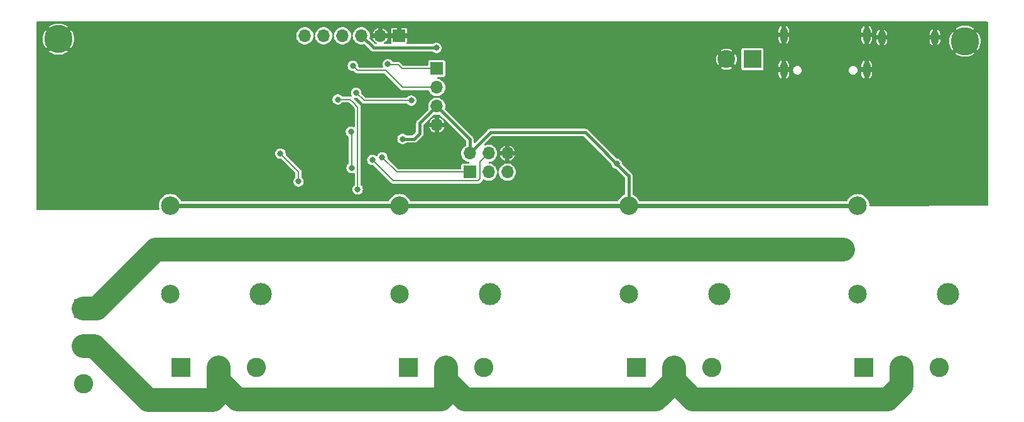
<source format=gbl>
G04 #@! TF.GenerationSoftware,KiCad,Pcbnew,(7.0.0)*
G04 #@! TF.CreationDate,2023-02-25T12:05:00-06:00*
G04 #@! TF.ProjectId,Autorelay,4175746f-7265-46c6-9179-2e6b69636164,1*
G04 #@! TF.SameCoordinates,Original*
G04 #@! TF.FileFunction,Copper,L2,Bot*
G04 #@! TF.FilePolarity,Positive*
%FSLAX46Y46*%
G04 Gerber Fmt 4.6, Leading zero omitted, Abs format (unit mm)*
G04 Created by KiCad (PCBNEW (7.0.0)) date 2023-02-25 12:05:00*
%MOMM*%
%LPD*%
G01*
G04 APERTURE LIST*
G04 Aperture macros list*
%AMRoundRect*
0 Rectangle with rounded corners*
0 $1 Rounding radius*
0 $2 $3 $4 $5 $6 $7 $8 $9 X,Y pos of 4 corners*
0 Add a 4 corners polygon primitive as box body*
4,1,4,$2,$3,$4,$5,$6,$7,$8,$9,$2,$3,0*
0 Add four circle primitives for the rounded corners*
1,1,$1+$1,$2,$3*
1,1,$1+$1,$4,$5*
1,1,$1+$1,$6,$7*
1,1,$1+$1,$8,$9*
0 Add four rect primitives between the rounded corners*
20,1,$1+$1,$2,$3,$4,$5,0*
20,1,$1+$1,$4,$5,$6,$7,0*
20,1,$1+$1,$6,$7,$8,$9,0*
20,1,$1+$1,$8,$9,$2,$3,0*%
G04 Aperture macros list end*
G04 #@! TA.AperFunction,ComponentPad*
%ADD10R,2.600000X2.600000*%
G04 #@! TD*
G04 #@! TA.AperFunction,ComponentPad*
%ADD11C,2.600000*%
G04 #@! TD*
G04 #@! TA.AperFunction,ComponentPad*
%ADD12R,1.700000X1.700000*%
G04 #@! TD*
G04 #@! TA.AperFunction,ComponentPad*
%ADD13O,1.700000X1.700000*%
G04 #@! TD*
G04 #@! TA.AperFunction,ComponentPad*
%ADD14C,3.000000*%
G04 #@! TD*
G04 #@! TA.AperFunction,ComponentPad*
%ADD15C,2.500000*%
G04 #@! TD*
G04 #@! TA.AperFunction,ComponentPad*
%ADD16C,3.800000*%
G04 #@! TD*
G04 #@! TA.AperFunction,ComponentPad*
%ADD17RoundRect,0.500000X0.000000X0.600000X0.000000X0.600000X0.000000X-0.600000X0.000000X-0.600000X0*%
G04 #@! TD*
G04 #@! TA.AperFunction,ComponentPad*
%ADD18O,1.050000X1.900000*%
G04 #@! TD*
G04 #@! TA.AperFunction,ComponentPad*
%ADD19R,2.400000X2.400000*%
G04 #@! TD*
G04 #@! TA.AperFunction,ComponentPad*
%ADD20C,2.400000*%
G04 #@! TD*
G04 #@! TA.AperFunction,ViaPad*
%ADD21C,0.800000*%
G04 #@! TD*
G04 #@! TA.AperFunction,Conductor*
%ADD22C,0.400000*%
G04 #@! TD*
G04 #@! TA.AperFunction,Conductor*
%ADD23C,0.600000*%
G04 #@! TD*
G04 #@! TA.AperFunction,Conductor*
%ADD24C,0.200000*%
G04 #@! TD*
G04 #@! TA.AperFunction,Conductor*
%ADD25C,3.200000*%
G04 #@! TD*
G04 APERTURE END LIST*
D10*
X95959999Y-107444999D03*
D11*
X95960000Y-112525000D03*
X95960000Y-117605000D03*
D10*
X139774999Y-115364999D03*
D11*
X144855000Y-115365000D03*
X149935000Y-115365000D03*
D12*
X148029999Y-89029999D03*
D13*
X148029999Y-86489999D03*
X150569999Y-89029999D03*
X150569999Y-86489999D03*
X153109999Y-89029999D03*
X153109999Y-86489999D03*
D12*
X138504999Y-70614999D03*
D13*
X135964999Y-70614999D03*
X133424999Y-70614999D03*
X130884999Y-70614999D03*
X128344999Y-70614999D03*
X125804999Y-70614999D03*
D14*
X105728334Y-99490000D03*
D15*
X107678334Y-105540000D03*
D14*
X119878334Y-105540000D03*
D15*
X107678334Y-93540000D03*
D14*
X136610000Y-99490000D03*
D15*
X138560000Y-105540000D03*
D14*
X150760000Y-105540000D03*
D15*
X138560000Y-93540000D03*
D16*
X92594000Y-71070000D03*
D10*
X201158333Y-115364999D03*
D11*
X206238334Y-115365000D03*
X211318334Y-115365000D03*
D17*
X201521200Y-75188200D03*
X201521200Y-70518200D03*
X190361200Y-75188200D03*
X190361200Y-70508200D03*
D18*
X210715599Y-70836999D03*
X203565599Y-70836999D03*
D14*
X167491666Y-99490000D03*
D15*
X169441666Y-105540000D03*
D14*
X181641666Y-105540000D03*
D15*
X169441666Y-93540000D03*
D10*
X170466665Y-115364999D03*
D11*
X175546666Y-115365000D03*
X180626666Y-115365000D03*
D16*
X214768000Y-71345000D03*
D10*
X109076784Y-115364999D03*
D11*
X114156785Y-115365000D03*
X119236785Y-115365000D03*
D14*
X198373334Y-99490000D03*
D15*
X200323334Y-105540000D03*
D14*
X212523334Y-105540000D03*
D15*
X200323334Y-93540000D03*
D19*
X186129999Y-73789999D03*
D20*
X182630000Y-73790000D03*
D12*
X143584999Y-75059999D03*
D13*
X143584999Y-77599999D03*
X143584999Y-80139999D03*
X143584999Y-82679999D03*
D21*
X172604000Y-77745800D03*
X91933600Y-85670600D03*
X214463200Y-88515400D03*
X159904000Y-76323400D03*
X199375600Y-87905800D03*
X181240000Y-90598200D03*
X189926800Y-86483400D03*
X155941600Y-81098600D03*
X175956800Y-89429800D03*
X116673200Y-79371400D03*
X185862800Y-82368600D03*
X117333600Y-86889800D03*
X184542000Y-87855000D03*
X174280400Y-87499400D03*
X111237600Y-90649000D03*
X179462000Y-77745800D03*
X127950800Y-86686600D03*
X95032400Y-85569000D03*
X190130000Y-77898200D03*
X174077200Y-92427000D03*
X195464000Y-80946200D03*
X177684000Y-92427000D03*
X180681200Y-81301800D03*
X122769200Y-77796600D03*
X161275600Y-80539800D03*
X122159600Y-90547400D03*
X204862000Y-80743000D03*
X123785200Y-85772200D03*
X123175600Y-82419400D03*
X212736000Y-80692200D03*
X151776000Y-92325400D03*
X204404800Y-86178600D03*
X173010400Y-80539800D03*
X202931600Y-77745800D03*
X130795600Y-81200200D03*
X96251600Y-78050600D03*
X178242800Y-85213400D03*
X92136800Y-80438200D03*
X92543200Y-92427000D03*
X135062800Y-80844600D03*
X153604800Y-77085400D03*
X143546400Y-72259400D03*
X138974400Y-84553000D03*
X167828800Y-87905800D03*
X140142800Y-79371400D03*
X132726000Y-78304600D03*
X136993200Y-74455500D03*
X136231200Y-87042200D03*
X134910400Y-87397800D03*
X132274972Y-74679928D03*
X124953600Y-90293400D03*
X122515200Y-86534200D03*
X132929200Y-91360200D03*
X130236800Y-79219000D03*
X132014800Y-83587800D03*
X132116400Y-88464600D03*
D22*
X143546400Y-72259400D02*
X135069400Y-72259400D01*
X169454400Y-89531400D02*
X169441666Y-89518666D01*
D23*
X107678334Y-93540000D02*
X138560000Y-93540000D01*
X169441666Y-93540000D02*
X200323334Y-93540000D01*
D22*
X141311200Y-83791000D02*
X140549200Y-84553000D01*
X143585000Y-80140000D02*
X141311200Y-82413800D01*
X148030000Y-84585000D02*
X143585000Y-80140000D01*
X135069400Y-72259400D02*
X133425000Y-70615000D01*
X163612400Y-83689400D02*
X169403600Y-89480600D01*
X148030000Y-86490000D02*
X148030000Y-84585000D01*
D23*
X138560000Y-93540000D02*
X169441666Y-93540000D01*
D22*
X141311200Y-82413800D02*
X141311200Y-83791000D01*
X140549200Y-84553000D02*
X138974400Y-84553000D01*
X150830600Y-83689400D02*
X163612400Y-83689400D01*
X169441666Y-89518666D02*
X169441666Y-93540000D01*
X169403600Y-89531400D02*
X169454400Y-89531400D01*
X148030000Y-86490000D02*
X150830600Y-83689400D01*
X169403600Y-89480600D02*
X169403600Y-89531400D01*
D24*
X140142800Y-79371400D02*
X133792800Y-79371400D01*
X133792800Y-79371400D02*
X132726000Y-78304600D01*
X143585000Y-75060000D02*
X138879400Y-75060000D01*
X138364800Y-74545400D02*
X137083100Y-74545400D01*
X137083100Y-74545400D02*
X136993200Y-74455500D01*
X138879400Y-75060000D02*
X138364800Y-74545400D01*
X148030000Y-89030000D02*
X138219000Y-89030000D01*
X138219000Y-89030000D02*
X136231200Y-87042200D01*
X149420000Y-87640000D02*
X149420000Y-89940000D01*
X137704400Y-90191800D02*
X134910400Y-87397800D01*
X149168200Y-90191800D02*
X137704400Y-90191800D01*
X149420000Y-89940000D02*
X149168200Y-90191800D01*
X150570000Y-86490000D02*
X149420000Y-87640000D01*
D25*
X114163334Y-115365000D02*
X114163334Y-117203477D01*
X178108189Y-119765000D02*
X204340874Y-119765000D01*
X144855000Y-117203477D02*
X147416523Y-119765000D01*
X116724857Y-119765000D02*
X144175000Y-119765000D01*
X104733334Y-119815000D02*
X113433334Y-119815000D01*
X175546666Y-117203477D02*
X178108189Y-119765000D01*
X144855000Y-119085000D02*
X144855000Y-115365000D01*
X173104400Y-119765000D02*
X175546666Y-117322734D01*
X144855000Y-115365000D02*
X144855000Y-117203477D01*
X175546666Y-115365000D02*
X175546666Y-117203477D01*
X114163334Y-117203477D02*
X116724857Y-119765000D01*
X204340874Y-119765000D02*
X206238334Y-117867540D01*
X97443334Y-112525000D02*
X104733334Y-119815000D01*
X206238334Y-117867540D02*
X206238334Y-115365000D01*
X175546666Y-117322734D02*
X175546666Y-115365000D01*
X114163334Y-119085000D02*
X114163334Y-115365000D01*
X95960000Y-112525000D02*
X97443334Y-112525000D01*
X147416523Y-119765000D02*
X173104400Y-119765000D01*
X144175000Y-119765000D02*
X144855000Y-119085000D01*
X113433334Y-119815000D02*
X114163334Y-119085000D01*
D24*
X136688400Y-75307400D02*
X132902444Y-75307400D01*
X143585000Y-77600000D02*
X138981000Y-77600000D01*
X138981000Y-77600000D02*
X136688400Y-75307400D01*
X132902444Y-75307400D02*
X132274972Y-74679928D01*
X124953600Y-88972600D02*
X124953600Y-90293400D01*
X122515200Y-86534200D02*
X124953600Y-88972600D01*
X132929200Y-80235000D02*
X132929200Y-91360200D01*
X131913200Y-79219000D02*
X132319600Y-79625400D01*
X130236800Y-79219000D02*
X131557600Y-79219000D01*
X131557600Y-79219000D02*
X131913200Y-79219000D01*
X132319600Y-79625400D02*
X132929200Y-80235000D01*
X132116400Y-83689400D02*
X132014800Y-83587800D01*
X132116400Y-88464600D02*
X132116400Y-83689400D01*
D25*
X97773334Y-107445000D02*
X105728334Y-99490000D01*
X95960000Y-107445000D02*
X97773334Y-107445000D01*
X105728334Y-99490000D02*
X198373334Y-99490000D01*
G04 #@! TA.AperFunction,Conductor*
G36*
X217817500Y-68727113D02*
G01*
X217862887Y-68772500D01*
X217879500Y-68834500D01*
X217879500Y-93473347D01*
X217862984Y-93535179D01*
X217817835Y-93580540D01*
X217756081Y-93597346D01*
X202002827Y-93671160D01*
X201940582Y-93654741D01*
X201894956Y-93609329D01*
X201878246Y-93547161D01*
X201878246Y-93544854D01*
X201878628Y-93540000D01*
X201859480Y-93296698D01*
X201802506Y-93059388D01*
X201709111Y-92833911D01*
X201581593Y-92625821D01*
X201423093Y-92440241D01*
X201419385Y-92437074D01*
X201241223Y-92284909D01*
X201241218Y-92284905D01*
X201237513Y-92281741D01*
X201233357Y-92279194D01*
X201233354Y-92279192D01*
X201141708Y-92223031D01*
X201029423Y-92154223D01*
X201024928Y-92152361D01*
X201024920Y-92152357D01*
X200808451Y-92062694D01*
X200808450Y-92062693D01*
X200803946Y-92060828D01*
X200799209Y-92059690D01*
X200799207Y-92059690D01*
X200571365Y-92004989D01*
X200571360Y-92004988D01*
X200566636Y-92003854D01*
X200561789Y-92003472D01*
X200561786Y-92003472D01*
X200328188Y-91985088D01*
X200323334Y-91984706D01*
X200318480Y-91985088D01*
X200084881Y-92003472D01*
X200084876Y-92003472D01*
X200080032Y-92003854D01*
X200075309Y-92004987D01*
X200075302Y-92004989D01*
X199847460Y-92059690D01*
X199847454Y-92059691D01*
X199842722Y-92060828D01*
X199838220Y-92062692D01*
X199838216Y-92062694D01*
X199621747Y-92152357D01*
X199621734Y-92152363D01*
X199617245Y-92154223D01*
X199613091Y-92156768D01*
X199613090Y-92156769D01*
X199413313Y-92279192D01*
X199413304Y-92279198D01*
X199409155Y-92281741D01*
X199405455Y-92284900D01*
X199405444Y-92284909D01*
X199227282Y-92437074D01*
X199227275Y-92437080D01*
X199223575Y-92440241D01*
X199220414Y-92443941D01*
X199220408Y-92443948D01*
X199068243Y-92622110D01*
X199068234Y-92622121D01*
X199065075Y-92625821D01*
X199062532Y-92629970D01*
X199062526Y-92629979D01*
X198940103Y-92829756D01*
X198937557Y-92833911D01*
X198935697Y-92838400D01*
X198935691Y-92838413D01*
X198925528Y-92862952D01*
X198898649Y-92903181D01*
X198858420Y-92930061D01*
X198810967Y-92939500D01*
X170954033Y-92939500D01*
X170906580Y-92930061D01*
X170866351Y-92903181D01*
X170839472Y-92862952D01*
X170829308Y-92838413D01*
X170829306Y-92838410D01*
X170827443Y-92833911D01*
X170699925Y-92625821D01*
X170541425Y-92440241D01*
X170537717Y-92437074D01*
X170359555Y-92284909D01*
X170359550Y-92284905D01*
X170355845Y-92281741D01*
X170351689Y-92279194D01*
X170351686Y-92279192D01*
X170260040Y-92223031D01*
X170147755Y-92154223D01*
X170143260Y-92152361D01*
X170143252Y-92152357D01*
X170018714Y-92100773D01*
X169978485Y-92073893D01*
X169951605Y-92033665D01*
X169942166Y-91986212D01*
X169942166Y-89664557D01*
X169947189Y-89629623D01*
X169947500Y-89628563D01*
X169954900Y-89603361D01*
X169954900Y-89594489D01*
X169956162Y-89585713D01*
X169956277Y-89585729D01*
X169956356Y-89584994D01*
X169956241Y-89584986D01*
X169956873Y-89576139D01*
X169958759Y-89567473D01*
X169955215Y-89517938D01*
X169954900Y-89509092D01*
X169954900Y-89468308D01*
X169954900Y-89459439D01*
X169952400Y-89450928D01*
X169951138Y-89442149D01*
X169951253Y-89442132D01*
X169951122Y-89441407D01*
X169951008Y-89441432D01*
X169949123Y-89432769D01*
X169948491Y-89423917D01*
X169938876Y-89398139D01*
X169931141Y-89377400D01*
X169928344Y-89368999D01*
X169923103Y-89351148D01*
X169914353Y-89321347D01*
X169909556Y-89313884D01*
X169905874Y-89305819D01*
X169905980Y-89305770D01*
X169905647Y-89305106D01*
X169905545Y-89305163D01*
X169901296Y-89297383D01*
X169898196Y-89289069D01*
X169869573Y-89250833D01*
X169869573Y-89250832D01*
X169871202Y-89249613D01*
X169867517Y-89246332D01*
X169867043Y-89245293D01*
X169861234Y-89238590D01*
X169856649Y-89231456D01*
X169856185Y-89230836D01*
X169836543Y-89200272D01*
X169829842Y-89194465D01*
X169829838Y-89194461D01*
X169809091Y-89176484D01*
X169796579Y-89163973D01*
X169778599Y-89143223D01*
X169772794Y-89136523D01*
X169765335Y-89131728D01*
X169764906Y-89131357D01*
X169752399Y-89118850D01*
X169752100Y-89118505D01*
X169734728Y-89098457D01*
X169727268Y-89093663D01*
X169720565Y-89087854D01*
X169720640Y-89087766D01*
X169710027Y-89079213D01*
X168564402Y-87933588D01*
X168540596Y-87900190D01*
X168528987Y-87860853D01*
X168524967Y-87827747D01*
X168513940Y-87736928D01*
X168453618Y-87577870D01*
X168383983Y-87476987D01*
X168361242Y-87444041D01*
X168361241Y-87444040D01*
X168356983Y-87437871D01*
X168229652Y-87325066D01*
X168204623Y-87311929D01*
X168085666Y-87249495D01*
X168085662Y-87249493D01*
X168079025Y-87246010D01*
X168071747Y-87244216D01*
X168071744Y-87244215D01*
X167921137Y-87207094D01*
X167921132Y-87207093D01*
X167913856Y-87205300D01*
X167906356Y-87205300D01*
X167887476Y-87205300D01*
X167840023Y-87195861D01*
X167799795Y-87168981D01*
X164013785Y-83382971D01*
X164005235Y-83372361D01*
X164005148Y-83372437D01*
X163999334Y-83365728D01*
X163994543Y-83358272D01*
X163987844Y-83352467D01*
X163987842Y-83352465D01*
X163957015Y-83325754D01*
X163950536Y-83319722D01*
X163944130Y-83313316D01*
X163944129Y-83313315D01*
X163940993Y-83310179D01*
X163930185Y-83302088D01*
X163923307Y-83296547D01*
X163885773Y-83264023D01*
X163877707Y-83260339D01*
X163870245Y-83255543D01*
X163870307Y-83255446D01*
X163869667Y-83255066D01*
X163869612Y-83255168D01*
X163861831Y-83250919D01*
X163854731Y-83245604D01*
X163846423Y-83242505D01*
X163846421Y-83242504D01*
X163808190Y-83228245D01*
X163800013Y-83224857D01*
X163762927Y-83207920D01*
X163762924Y-83207919D01*
X163754857Y-83204235D01*
X163746076Y-83202972D01*
X163737571Y-83200475D01*
X163737603Y-83200364D01*
X163736879Y-83200179D01*
X163736855Y-83200292D01*
X163728189Y-83198406D01*
X163719883Y-83195309D01*
X163711042Y-83194676D01*
X163711040Y-83194676D01*
X163670346Y-83191765D01*
X163661555Y-83190820D01*
X163648199Y-83188900D01*
X163643770Y-83188900D01*
X163634708Y-83188900D01*
X163625861Y-83188584D01*
X163585173Y-83185673D01*
X163585167Y-83185673D01*
X163576327Y-83185041D01*
X163567662Y-83186925D01*
X163558814Y-83187559D01*
X163558805Y-83187443D01*
X163545256Y-83188900D01*
X150897744Y-83188900D01*
X150884194Y-83187443D01*
X150884186Y-83187559D01*
X150875337Y-83186925D01*
X150866673Y-83185041D01*
X150857831Y-83185673D01*
X150857826Y-83185673D01*
X150817139Y-83188584D01*
X150808292Y-83188900D01*
X150794801Y-83188900D01*
X150790419Y-83189529D01*
X150790417Y-83189530D01*
X150781444Y-83190820D01*
X150772654Y-83191765D01*
X150731962Y-83194676D01*
X150731960Y-83194676D01*
X150723117Y-83195309D01*
X150714808Y-83198407D01*
X150706145Y-83200292D01*
X150706120Y-83200179D01*
X150705394Y-83200364D01*
X150705427Y-83200475D01*
X150696919Y-83202972D01*
X150688143Y-83204235D01*
X150680082Y-83207916D01*
X150680076Y-83207918D01*
X150642966Y-83224866D01*
X150634796Y-83228249D01*
X150622053Y-83233002D01*
X150596579Y-83242504D01*
X150596576Y-83242505D01*
X150588269Y-83245604D01*
X150581168Y-83250919D01*
X150573387Y-83255168D01*
X150573332Y-83255067D01*
X150572691Y-83255448D01*
X150572753Y-83255544D01*
X150565289Y-83260340D01*
X150557227Y-83264023D01*
X150550530Y-83269825D01*
X150550525Y-83269829D01*
X150519707Y-83296532D01*
X150512830Y-83302074D01*
X150505560Y-83307517D01*
X150505542Y-83307532D01*
X150502007Y-83310179D01*
X150498883Y-83313302D01*
X150498878Y-83313307D01*
X150492458Y-83319727D01*
X150485985Y-83325753D01*
X150455159Y-83352465D01*
X150448457Y-83358272D01*
X150443664Y-83365728D01*
X150437855Y-83372433D01*
X150437767Y-83372357D01*
X150429214Y-83382970D01*
X148742181Y-85070005D01*
X148692818Y-85100255D01*
X148635102Y-85104797D01*
X148581615Y-85082642D01*
X148544015Y-85038619D01*
X148530500Y-84982324D01*
X148530500Y-84652144D01*
X148531956Y-84638594D01*
X148531841Y-84638586D01*
X148532473Y-84629739D01*
X148534359Y-84621073D01*
X148530815Y-84571538D01*
X148530500Y-84562692D01*
X148530500Y-84553636D01*
X148530500Y-84549201D01*
X148528578Y-84535837D01*
X148527633Y-84527046D01*
X148524091Y-84477517D01*
X148520990Y-84469204D01*
X148519106Y-84460540D01*
X148519220Y-84460515D01*
X148519037Y-84459798D01*
X148518925Y-84459832D01*
X148516427Y-84451326D01*
X148515165Y-84442543D01*
X148494530Y-84397360D01*
X148491159Y-84389222D01*
X148473796Y-84342669D01*
X148468478Y-84335565D01*
X148464230Y-84327785D01*
X148464332Y-84327729D01*
X148463953Y-84327090D01*
X148463855Y-84327154D01*
X148459061Y-84319695D01*
X148455377Y-84311627D01*
X148422852Y-84274091D01*
X148417298Y-84267198D01*
X148411878Y-84259958D01*
X148409220Y-84256407D01*
X148399683Y-84246870D01*
X148393651Y-84240391D01*
X148380375Y-84225070D01*
X148361128Y-84202857D01*
X148353666Y-84198061D01*
X148346965Y-84192255D01*
X148347040Y-84192167D01*
X148336428Y-84183615D01*
X144724519Y-80571705D01*
X144692181Y-80515194D01*
X144692933Y-80450091D01*
X144720756Y-80352310D01*
X144740429Y-80140000D01*
X144720756Y-79927690D01*
X144662405Y-79722611D01*
X144567366Y-79531745D01*
X144438872Y-79361593D01*
X144281302Y-79217948D01*
X144276438Y-79214936D01*
X144276435Y-79214934D01*
X144104890Y-79108718D01*
X144104889Y-79108717D01*
X144100019Y-79105702D01*
X144094681Y-79103634D01*
X144094677Y-79103632D01*
X143906545Y-79030750D01*
X143906540Y-79030748D01*
X143901198Y-79028679D01*
X143704388Y-78991888D01*
X143643636Y-78961637D01*
X143607908Y-78903934D01*
X143607908Y-78836066D01*
X143643636Y-78778363D01*
X143704388Y-78748111D01*
X143901198Y-78711321D01*
X144100019Y-78634298D01*
X144281302Y-78522052D01*
X144438872Y-78378407D01*
X144567366Y-78208255D01*
X144662405Y-78017389D01*
X144720756Y-77812310D01*
X144740429Y-77600000D01*
X144720756Y-77387690D01*
X144662405Y-77182611D01*
X144567366Y-76991745D01*
X144438872Y-76821593D01*
X144281302Y-76677948D01*
X144276438Y-76674936D01*
X144276435Y-76674934D01*
X144104890Y-76568718D01*
X144104889Y-76568717D01*
X144100019Y-76565702D01*
X144094681Y-76563634D01*
X144094677Y-76563632D01*
X143906545Y-76490750D01*
X143906540Y-76490748D01*
X143901198Y-76488679D01*
X143895560Y-76487625D01*
X143728459Y-76456388D01*
X143673505Y-76431105D01*
X143637052Y-76382832D01*
X143627773Y-76323058D01*
X143647877Y-76266006D01*
X143692580Y-76225253D01*
X143751242Y-76210499D01*
X144479864Y-76210499D01*
X144504991Y-76207585D01*
X144607765Y-76162206D01*
X144687206Y-76082765D01*
X144732585Y-75979991D01*
X144735500Y-75954865D01*
X144735500Y-75841953D01*
X189661201Y-75841953D01*
X189661456Y-75847586D01*
X189667015Y-75908770D01*
X189669561Y-75921569D01*
X189715948Y-76070432D01*
X189722064Y-76084020D01*
X189802245Y-76216656D01*
X189811428Y-76228377D01*
X189921022Y-76337971D01*
X189932742Y-76347154D01*
X190047093Y-76416281D01*
X190058185Y-76419463D01*
X190061200Y-76408325D01*
X190661200Y-76408325D01*
X190664214Y-76419463D01*
X190675306Y-76416281D01*
X190789657Y-76347154D01*
X190801377Y-76337971D01*
X190910971Y-76228377D01*
X190920154Y-76216656D01*
X191000335Y-76084020D01*
X191006451Y-76070432D01*
X191052838Y-75921572D01*
X191055384Y-75908768D01*
X191060944Y-75847584D01*
X191061200Y-75841956D01*
X191061200Y-75504526D01*
X191057749Y-75491650D01*
X191044874Y-75488200D01*
X190677526Y-75488200D01*
X190664650Y-75491650D01*
X190661200Y-75504526D01*
X190661200Y-76408325D01*
X190061200Y-76408325D01*
X190061200Y-75504526D01*
X190057749Y-75491650D01*
X190044874Y-75488200D01*
X189677527Y-75488200D01*
X189664651Y-75491650D01*
X189661201Y-75504526D01*
X189661201Y-75841953D01*
X144735500Y-75841953D01*
X144735499Y-74971239D01*
X181876705Y-74971239D01*
X181885134Y-74978760D01*
X182061192Y-75074038D01*
X182070546Y-75078141D01*
X182280290Y-75150146D01*
X182290199Y-75152655D01*
X182508929Y-75189155D01*
X182519127Y-75190000D01*
X182740873Y-75190000D01*
X182751070Y-75189155D01*
X182969800Y-75152655D01*
X182979709Y-75150146D01*
X183189452Y-75078141D01*
X183198805Y-75074039D01*
X183277776Y-75031302D01*
X184629500Y-75031302D01*
X184629501Y-75034864D01*
X184629912Y-75038411D01*
X184629913Y-75038422D01*
X184630064Y-75039720D01*
X184632415Y-75059991D01*
X184677794Y-75162765D01*
X184757235Y-75242206D01*
X184809178Y-75265141D01*
X184851477Y-75283818D01*
X184851478Y-75283818D01*
X184860009Y-75287585D01*
X184885135Y-75290500D01*
X187374864Y-75290499D01*
X187399991Y-75287585D01*
X187432570Y-75273200D01*
X191610734Y-75273200D01*
X191611795Y-75281259D01*
X191629451Y-75415376D01*
X191629452Y-75415382D01*
X191630513Y-75423436D01*
X191633622Y-75430942D01*
X191633623Y-75430945D01*
X191671547Y-75522500D01*
X191688502Y-75563433D01*
X191693445Y-75569874D01*
X191693448Y-75569880D01*
X191771586Y-75671710D01*
X191780749Y-75683651D01*
X191797508Y-75696511D01*
X191894519Y-75770951D01*
X191894522Y-75770953D01*
X191900967Y-75775898D01*
X192040964Y-75833887D01*
X192153480Y-75848700D01*
X192224867Y-75848700D01*
X192228920Y-75848700D01*
X192341436Y-75833887D01*
X192481433Y-75775898D01*
X192601651Y-75683651D01*
X192693898Y-75563433D01*
X192751887Y-75423436D01*
X192771666Y-75273200D01*
X199110734Y-75273200D01*
X199111795Y-75281259D01*
X199129451Y-75415376D01*
X199129452Y-75415382D01*
X199130513Y-75423436D01*
X199133622Y-75430942D01*
X199133623Y-75430945D01*
X199171547Y-75522500D01*
X199188502Y-75563433D01*
X199193445Y-75569874D01*
X199193448Y-75569880D01*
X199271586Y-75671710D01*
X199280749Y-75683651D01*
X199297508Y-75696511D01*
X199394519Y-75770951D01*
X199394522Y-75770953D01*
X199400967Y-75775898D01*
X199540964Y-75833887D01*
X199653480Y-75848700D01*
X199724867Y-75848700D01*
X199728920Y-75848700D01*
X199780169Y-75841953D01*
X200821201Y-75841953D01*
X200821456Y-75847586D01*
X200827015Y-75908770D01*
X200829561Y-75921569D01*
X200875948Y-76070432D01*
X200882064Y-76084020D01*
X200962245Y-76216656D01*
X200971428Y-76228377D01*
X201081022Y-76337971D01*
X201092742Y-76347154D01*
X201207093Y-76416281D01*
X201218185Y-76419463D01*
X201221200Y-76408325D01*
X201821200Y-76408325D01*
X201824214Y-76419463D01*
X201835306Y-76416281D01*
X201949657Y-76347154D01*
X201961377Y-76337971D01*
X202070971Y-76228377D01*
X202080154Y-76216656D01*
X202160335Y-76084020D01*
X202166451Y-76070432D01*
X202212838Y-75921572D01*
X202215384Y-75908768D01*
X202220944Y-75847584D01*
X202221200Y-75841956D01*
X202221200Y-75504526D01*
X202217749Y-75491650D01*
X202204874Y-75488200D01*
X201837526Y-75488200D01*
X201824650Y-75491650D01*
X201821200Y-75504526D01*
X201821200Y-76408325D01*
X201221200Y-76408325D01*
X201221200Y-75504526D01*
X201217749Y-75491650D01*
X201204874Y-75488200D01*
X200837527Y-75488200D01*
X200824651Y-75491650D01*
X200821201Y-75504526D01*
X200821201Y-75841953D01*
X199780169Y-75841953D01*
X199841436Y-75833887D01*
X199981433Y-75775898D01*
X200101651Y-75683651D01*
X200193898Y-75563433D01*
X200251887Y-75423436D01*
X200271666Y-75273200D01*
X200251887Y-75122964D01*
X200193898Y-74982967D01*
X200188953Y-74976522D01*
X200188951Y-74976519D01*
X200108653Y-74871874D01*
X200821200Y-74871874D01*
X200824650Y-74884749D01*
X200837526Y-74888200D01*
X201204874Y-74888200D01*
X201217749Y-74884749D01*
X201221200Y-74871874D01*
X201821200Y-74871874D01*
X201824650Y-74884749D01*
X201837526Y-74888200D01*
X202204873Y-74888200D01*
X202217748Y-74884749D01*
X202221199Y-74871874D01*
X202221199Y-74534447D01*
X202220943Y-74528813D01*
X202215384Y-74467629D01*
X202212838Y-74454830D01*
X202166451Y-74305967D01*
X202160335Y-74292379D01*
X202080154Y-74159743D01*
X202070971Y-74148022D01*
X201961377Y-74038428D01*
X201949657Y-74029245D01*
X201835306Y-73960118D01*
X201824214Y-73956936D01*
X201821200Y-73968075D01*
X201821200Y-74871874D01*
X201221200Y-74871874D01*
X201221200Y-73968075D01*
X201218185Y-73956936D01*
X201207093Y-73960118D01*
X201092742Y-74029245D01*
X201081022Y-74038428D01*
X200971428Y-74148022D01*
X200962245Y-74159743D01*
X200882064Y-74292379D01*
X200875948Y-74305967D01*
X200829561Y-74454827D01*
X200827015Y-74467631D01*
X200821455Y-74528815D01*
X200821200Y-74534444D01*
X200821200Y-74871874D01*
X200108653Y-74871874D01*
X200106594Y-74869191D01*
X200101651Y-74862749D01*
X200089389Y-74853340D01*
X199987880Y-74775448D01*
X199987874Y-74775445D01*
X199981433Y-74770502D01*
X199973924Y-74767391D01*
X199973923Y-74767391D01*
X199848945Y-74715623D01*
X199848942Y-74715622D01*
X199841436Y-74712513D01*
X199833382Y-74711452D01*
X199833376Y-74711451D01*
X199732939Y-74698229D01*
X199732937Y-74698228D01*
X199728920Y-74697700D01*
X199653480Y-74697700D01*
X199649463Y-74698228D01*
X199649460Y-74698229D01*
X199549023Y-74711451D01*
X199549015Y-74711452D01*
X199540964Y-74712513D01*
X199533459Y-74715621D01*
X199533454Y-74715623D01*
X199408476Y-74767391D01*
X199408472Y-74767393D01*
X199400967Y-74770502D01*
X199394528Y-74775442D01*
X199394519Y-74775448D01*
X199287191Y-74857805D01*
X199287187Y-74857808D01*
X199280749Y-74862749D01*
X199275808Y-74869187D01*
X199275805Y-74869191D01*
X199193448Y-74976519D01*
X199193442Y-74976528D01*
X199188502Y-74982967D01*
X199185393Y-74990472D01*
X199185391Y-74990476D01*
X199133623Y-75115454D01*
X199133621Y-75115459D01*
X199130513Y-75122964D01*
X199129452Y-75131015D01*
X199129451Y-75131023D01*
X199114097Y-75247655D01*
X199110734Y-75273200D01*
X192771666Y-75273200D01*
X192751887Y-75122964D01*
X192693898Y-74982967D01*
X192688953Y-74976522D01*
X192688951Y-74976519D01*
X192606594Y-74869191D01*
X192601651Y-74862749D01*
X192589389Y-74853340D01*
X192487880Y-74775448D01*
X192487874Y-74775445D01*
X192481433Y-74770502D01*
X192473924Y-74767391D01*
X192473923Y-74767391D01*
X192348945Y-74715623D01*
X192348942Y-74715622D01*
X192341436Y-74712513D01*
X192333382Y-74711452D01*
X192333376Y-74711451D01*
X192232939Y-74698229D01*
X192232937Y-74698228D01*
X192228920Y-74697700D01*
X192153480Y-74697700D01*
X192149463Y-74698228D01*
X192149460Y-74698229D01*
X192049023Y-74711451D01*
X192049015Y-74711452D01*
X192040964Y-74712513D01*
X192033459Y-74715621D01*
X192033454Y-74715623D01*
X191908476Y-74767391D01*
X191908472Y-74767393D01*
X191900967Y-74770502D01*
X191894528Y-74775442D01*
X191894519Y-74775448D01*
X191787191Y-74857805D01*
X191787187Y-74857808D01*
X191780749Y-74862749D01*
X191775808Y-74869187D01*
X191775805Y-74869191D01*
X191693448Y-74976519D01*
X191693442Y-74976528D01*
X191688502Y-74982967D01*
X191685393Y-74990472D01*
X191685391Y-74990476D01*
X191633623Y-75115454D01*
X191633621Y-75115459D01*
X191630513Y-75122964D01*
X191629452Y-75131015D01*
X191629451Y-75131023D01*
X191614097Y-75247655D01*
X191610734Y-75273200D01*
X187432570Y-75273200D01*
X187502765Y-75242206D01*
X187582206Y-75162765D01*
X187627585Y-75059991D01*
X187630500Y-75034865D01*
X187630500Y-74871874D01*
X189661200Y-74871874D01*
X189664650Y-74884749D01*
X189677526Y-74888200D01*
X190044874Y-74888200D01*
X190057749Y-74884749D01*
X190061200Y-74871874D01*
X190661200Y-74871874D01*
X190664650Y-74884749D01*
X190677526Y-74888200D01*
X191044873Y-74888200D01*
X191057748Y-74884749D01*
X191061199Y-74871874D01*
X191061199Y-74534447D01*
X191060943Y-74528813D01*
X191055384Y-74467629D01*
X191052838Y-74454830D01*
X191006451Y-74305967D01*
X191000335Y-74292379D01*
X190920154Y-74159743D01*
X190910971Y-74148022D01*
X190801377Y-74038428D01*
X190789657Y-74029245D01*
X190675306Y-73960118D01*
X190664214Y-73956936D01*
X190661200Y-73968075D01*
X190661200Y-74871874D01*
X190061200Y-74871874D01*
X190061200Y-73968075D01*
X190058185Y-73956936D01*
X190047093Y-73960118D01*
X189932742Y-74029245D01*
X189921022Y-74038428D01*
X189811428Y-74148022D01*
X189802245Y-74159743D01*
X189722064Y-74292379D01*
X189715948Y-74305967D01*
X189669561Y-74454827D01*
X189667015Y-74467631D01*
X189661455Y-74528815D01*
X189661200Y-74534444D01*
X189661200Y-74871874D01*
X187630500Y-74871874D01*
X187630499Y-73027784D01*
X213514828Y-73027784D01*
X213522691Y-73039058D01*
X213550851Y-73061968D01*
X213557766Y-73066850D01*
X213795987Y-73211715D01*
X213803489Y-73215602D01*
X214059228Y-73326686D01*
X214067181Y-73329512D01*
X214335664Y-73404738D01*
X214343942Y-73406458D01*
X214620158Y-73444423D01*
X214628593Y-73445000D01*
X214907407Y-73445000D01*
X214915841Y-73444423D01*
X215192057Y-73406458D01*
X215200335Y-73404738D01*
X215468818Y-73329512D01*
X215476771Y-73326686D01*
X215732510Y-73215602D01*
X215740012Y-73211715D01*
X215978235Y-73066848D01*
X215985147Y-73061969D01*
X216013310Y-73039056D01*
X216021170Y-73027785D01*
X216014502Y-73015767D01*
X214779542Y-71780806D01*
X214768000Y-71774142D01*
X214756457Y-71780806D01*
X213521495Y-73015768D01*
X213514828Y-73027784D01*
X187630499Y-73027784D01*
X187630499Y-72545136D01*
X187627585Y-72520009D01*
X187582206Y-72417235D01*
X187502765Y-72337794D01*
X187455789Y-72317052D01*
X187408522Y-72296181D01*
X187408517Y-72296179D01*
X187399991Y-72292415D01*
X187390726Y-72291340D01*
X187378414Y-72289911D01*
X187378401Y-72289910D01*
X187374865Y-72289500D01*
X187371290Y-72289500D01*
X184888714Y-72289500D01*
X184888696Y-72289500D01*
X184885136Y-72289501D01*
X184881589Y-72289912D01*
X184881577Y-72289913D01*
X184869277Y-72291340D01*
X184869275Y-72291340D01*
X184860009Y-72292415D01*
X184851479Y-72296180D01*
X184851476Y-72296182D01*
X184767745Y-72333153D01*
X184767743Y-72333154D01*
X184757235Y-72337794D01*
X184749112Y-72345916D01*
X184749109Y-72345919D01*
X184685919Y-72409109D01*
X184685916Y-72409112D01*
X184677794Y-72417235D01*
X184673154Y-72427743D01*
X184673153Y-72427745D01*
X184636181Y-72511477D01*
X184636179Y-72511484D01*
X184632415Y-72520009D01*
X184631340Y-72529271D01*
X184631340Y-72529273D01*
X184629911Y-72541585D01*
X184629910Y-72541599D01*
X184629500Y-72545135D01*
X184629500Y-72548708D01*
X184629500Y-72548709D01*
X184629500Y-75031285D01*
X184629500Y-75031302D01*
X183277776Y-75031302D01*
X183374866Y-74978759D01*
X183383293Y-74971239D01*
X183377361Y-74961625D01*
X182641542Y-74225806D01*
X182630000Y-74219142D01*
X182618457Y-74225806D01*
X181882637Y-74961625D01*
X181876705Y-74971239D01*
X144735499Y-74971239D01*
X144735499Y-74165136D01*
X144732585Y-74140009D01*
X144687206Y-74037235D01*
X144607765Y-73957794D01*
X144592833Y-73951201D01*
X144513522Y-73916181D01*
X144513517Y-73916179D01*
X144504991Y-73912415D01*
X144495726Y-73911340D01*
X144483414Y-73909911D01*
X144483401Y-73909910D01*
X144479865Y-73909500D01*
X144476290Y-73909500D01*
X142693714Y-73909500D01*
X142693696Y-73909500D01*
X142690136Y-73909501D01*
X142686589Y-73909912D01*
X142686577Y-73909913D01*
X142674277Y-73911340D01*
X142674275Y-73911340D01*
X142665009Y-73912415D01*
X142656479Y-73916180D01*
X142656476Y-73916182D01*
X142572745Y-73953153D01*
X142572743Y-73953154D01*
X142562235Y-73957794D01*
X142554112Y-73965916D01*
X142554109Y-73965919D01*
X142490919Y-74029109D01*
X142490916Y-74029112D01*
X142482794Y-74037235D01*
X142478154Y-74047743D01*
X142478153Y-74047745D01*
X142441181Y-74131477D01*
X142441179Y-74131484D01*
X142437415Y-74140009D01*
X142436340Y-74149271D01*
X142436340Y-74149273D01*
X142434911Y-74161585D01*
X142434910Y-74161599D01*
X142434500Y-74165135D01*
X142434500Y-74168710D01*
X142434500Y-74535500D01*
X142417887Y-74597500D01*
X142372500Y-74642887D01*
X142310500Y-74659500D01*
X139096654Y-74659500D01*
X139049201Y-74650061D01*
X139008973Y-74623181D01*
X138833847Y-74448055D01*
X138625709Y-74239916D01*
X138625705Y-74239913D01*
X138603142Y-74217350D01*
X138594449Y-74212920D01*
X138594447Y-74212919D01*
X138583398Y-74207289D01*
X138566815Y-74197126D01*
X138556787Y-74189840D01*
X138556780Y-74189836D01*
X138548890Y-74184104D01*
X138527819Y-74177257D01*
X138509844Y-74169812D01*
X138498799Y-74164184D01*
X138498796Y-74164183D01*
X138490104Y-74159754D01*
X138480467Y-74158227D01*
X138480466Y-74158227D01*
X138468218Y-74156287D01*
X138449306Y-74151746D01*
X138437517Y-74147916D01*
X138437514Y-74147915D01*
X138428233Y-74144900D01*
X138418473Y-74144900D01*
X137695060Y-74144900D01*
X137637434Y-74130697D01*
X137593010Y-74091340D01*
X137525642Y-73993741D01*
X137525641Y-73993740D01*
X137521383Y-73987571D01*
X137394052Y-73874766D01*
X137369023Y-73861629D01*
X137250066Y-73799195D01*
X137250062Y-73799193D01*
X137243425Y-73795710D01*
X137241019Y-73795117D01*
X181225626Y-73795117D01*
X181243937Y-74016102D01*
X181245621Y-74026196D01*
X181300059Y-74241166D01*
X181303378Y-74250833D01*
X181392456Y-74453913D01*
X181397321Y-74462903D01*
X181443303Y-74533282D01*
X181451270Y-74541007D01*
X181460650Y-74535084D01*
X182194193Y-73801542D01*
X182200857Y-73790000D01*
X183059142Y-73790000D01*
X183065806Y-73801542D01*
X183799347Y-74535083D01*
X183808728Y-74541007D01*
X183816696Y-74533282D01*
X183862675Y-74462906D01*
X183867543Y-74453911D01*
X183956621Y-74250833D01*
X183959940Y-74241166D01*
X184014378Y-74026196D01*
X184016062Y-74016102D01*
X184034374Y-73795117D01*
X184034374Y-73784883D01*
X184016062Y-73563897D01*
X184014378Y-73553803D01*
X183959940Y-73338833D01*
X183956621Y-73329166D01*
X183867542Y-73126084D01*
X183862680Y-73117101D01*
X183816693Y-73046711D01*
X183808729Y-73038991D01*
X183799347Y-73044915D01*
X183065806Y-73778457D01*
X183059142Y-73790000D01*
X182200857Y-73790000D01*
X182194193Y-73778457D01*
X181460650Y-73044914D01*
X181451270Y-73038991D01*
X181443303Y-73046715D01*
X181397322Y-73117096D01*
X181392456Y-73126086D01*
X181303378Y-73329166D01*
X181300059Y-73338833D01*
X181245621Y-73553803D01*
X181243937Y-73563897D01*
X181225626Y-73784883D01*
X181225626Y-73795117D01*
X137241019Y-73795117D01*
X137236147Y-73793916D01*
X137236144Y-73793915D01*
X137085537Y-73756794D01*
X137085532Y-73756793D01*
X137078256Y-73755000D01*
X136908144Y-73755000D01*
X136900868Y-73756793D01*
X136900862Y-73756794D01*
X136750255Y-73793915D01*
X136750250Y-73793916D01*
X136742975Y-73795710D01*
X136736340Y-73799192D01*
X136736333Y-73799195D01*
X136598991Y-73871279D01*
X136598988Y-73871280D01*
X136592348Y-73874766D01*
X136586737Y-73879736D01*
X136586731Y-73879741D01*
X136470630Y-73982598D01*
X136465017Y-73987571D01*
X136460762Y-73993735D01*
X136460757Y-73993741D01*
X136372645Y-74121393D01*
X136372642Y-74121397D01*
X136368382Y-74127570D01*
X136365723Y-74134581D01*
X136365720Y-74134587D01*
X136310720Y-74279611D01*
X136310717Y-74279619D01*
X136308060Y-74286628D01*
X136307156Y-74294070D01*
X136307155Y-74294076D01*
X136288556Y-74447255D01*
X136287555Y-74455500D01*
X136288459Y-74462945D01*
X136307155Y-74616923D01*
X136307156Y-74616927D01*
X136308060Y-74624372D01*
X136310719Y-74631384D01*
X136310721Y-74631391D01*
X136351505Y-74738930D01*
X136358659Y-74797847D01*
X136337613Y-74853340D01*
X136293189Y-74892697D01*
X136235563Y-74906900D01*
X133119699Y-74906900D01*
X133072246Y-74897461D01*
X133032018Y-74870581D01*
X133008231Y-74846794D01*
X132978694Y-74799561D01*
X132972816Y-74744168D01*
X132980617Y-74679928D01*
X132960112Y-74511056D01*
X132899790Y-74351998D01*
X132811611Y-74224250D01*
X132807414Y-74218169D01*
X132807413Y-74218168D01*
X132803155Y-74211999D01*
X132675824Y-74099194D01*
X132650795Y-74086057D01*
X132531838Y-74023623D01*
X132531834Y-74023621D01*
X132525197Y-74020138D01*
X132517919Y-74018344D01*
X132517916Y-74018343D01*
X132367309Y-73981222D01*
X132367304Y-73981221D01*
X132360028Y-73979428D01*
X132189916Y-73979428D01*
X132182640Y-73981221D01*
X132182634Y-73981222D01*
X132032027Y-74018343D01*
X132032022Y-74018344D01*
X132024747Y-74020138D01*
X132018112Y-74023620D01*
X132018105Y-74023623D01*
X131880763Y-74095707D01*
X131880760Y-74095708D01*
X131874120Y-74099194D01*
X131868509Y-74104164D01*
X131868503Y-74104169D01*
X131752402Y-74207026D01*
X131746789Y-74211999D01*
X131742534Y-74218163D01*
X131742529Y-74218169D01*
X131654417Y-74345821D01*
X131654414Y-74345825D01*
X131650154Y-74351998D01*
X131647495Y-74359009D01*
X131647492Y-74359015D01*
X131592492Y-74504039D01*
X131592489Y-74504047D01*
X131589832Y-74511056D01*
X131588928Y-74518498D01*
X131588927Y-74518504D01*
X131571807Y-74659500D01*
X131569327Y-74679928D01*
X131570231Y-74687370D01*
X131570231Y-74687373D01*
X131588927Y-74841351D01*
X131588928Y-74841355D01*
X131589832Y-74848800D01*
X131592490Y-74855810D01*
X131592492Y-74855816D01*
X131647492Y-75000840D01*
X131650154Y-75007858D01*
X131654416Y-75014033D01*
X131654417Y-75014034D01*
X131724422Y-75115454D01*
X131746789Y-75147857D01*
X131874120Y-75260662D01*
X132024747Y-75339718D01*
X132189916Y-75380428D01*
X132197416Y-75380428D01*
X132357718Y-75380428D01*
X132405171Y-75389867D01*
X132445398Y-75416746D01*
X132574394Y-75545742D01*
X132664102Y-75635450D01*
X132683841Y-75645507D01*
X132700434Y-75655675D01*
X132718354Y-75668696D01*
X132739427Y-75675542D01*
X132757390Y-75682983D01*
X132777140Y-75693046D01*
X132799023Y-75696511D01*
X132817939Y-75701052D01*
X132839011Y-75707899D01*
X132870913Y-75707899D01*
X132870921Y-75707899D01*
X132870925Y-75707900D01*
X136471145Y-75707900D01*
X136518598Y-75717339D01*
X136558826Y-75744219D01*
X138720091Y-77905484D01*
X138720094Y-77905486D01*
X138742658Y-77928050D01*
X138762396Y-77938107D01*
X138778984Y-77948273D01*
X138789010Y-77955557D01*
X138789012Y-77955558D01*
X138796910Y-77961296D01*
X138817981Y-77968142D01*
X138835954Y-77975586D01*
X138855696Y-77985646D01*
X138877581Y-77989112D01*
X138896489Y-77993651D01*
X138917567Y-78000500D01*
X138949481Y-78000500D01*
X139044433Y-78000500D01*
X142422408Y-78000500D01*
X142487686Y-78019073D01*
X142533407Y-78069228D01*
X142602634Y-78208255D01*
X142731128Y-78378407D01*
X142735360Y-78382265D01*
X142827237Y-78466023D01*
X142888698Y-78522052D01*
X143069981Y-78634298D01*
X143268802Y-78711321D01*
X143454842Y-78746098D01*
X143465610Y-78748111D01*
X143526363Y-78778363D01*
X143562091Y-78836066D01*
X143562091Y-78903934D01*
X143526363Y-78961637D01*
X143465610Y-78991889D01*
X143274439Y-79027625D01*
X143274436Y-79027625D01*
X143268802Y-79028679D01*
X143263461Y-79030747D01*
X143263454Y-79030750D01*
X143075322Y-79103632D01*
X143075313Y-79103636D01*
X143069981Y-79105702D01*
X143065114Y-79108715D01*
X143065109Y-79108718D01*
X142893564Y-79214934D01*
X142893555Y-79214940D01*
X142888698Y-79217948D01*
X142884475Y-79221797D01*
X142884468Y-79221803D01*
X142735360Y-79357734D01*
X142735354Y-79357739D01*
X142731128Y-79361593D01*
X142727681Y-79366156D01*
X142727675Y-79366164D01*
X142606086Y-79527173D01*
X142606083Y-79527177D01*
X142602634Y-79531745D01*
X142600082Y-79536870D01*
X142600079Y-79536875D01*
X142516922Y-79703879D01*
X142507595Y-79722611D01*
X142506027Y-79728119D01*
X142506024Y-79728129D01*
X142450814Y-79922168D01*
X142450811Y-79922179D01*
X142449244Y-79927690D01*
X142448714Y-79933400D01*
X142448714Y-79933405D01*
X142434208Y-80089960D01*
X142429571Y-80140000D01*
X142449244Y-80352310D01*
X142477065Y-80450089D01*
X142477817Y-80515193D01*
X142445480Y-80571704D01*
X141004770Y-82012414D01*
X140994157Y-82020967D01*
X140994233Y-82021055D01*
X140987528Y-82026864D01*
X140980072Y-82031657D01*
X140974267Y-82038355D01*
X140974266Y-82038357D01*
X140947553Y-82069185D01*
X140941527Y-82075658D01*
X140935107Y-82082078D01*
X140935102Y-82082083D01*
X140931979Y-82085207D01*
X140929332Y-82088742D01*
X140929317Y-82088760D01*
X140923874Y-82096030D01*
X140918332Y-82102907D01*
X140891629Y-82133725D01*
X140891625Y-82133730D01*
X140885823Y-82140427D01*
X140882140Y-82148489D01*
X140877344Y-82155953D01*
X140877248Y-82155891D01*
X140876867Y-82156532D01*
X140876968Y-82156587D01*
X140872719Y-82164368D01*
X140867404Y-82171469D01*
X140864305Y-82179776D01*
X140864304Y-82179779D01*
X140850052Y-82217991D01*
X140846666Y-82226166D01*
X140829718Y-82263276D01*
X140829716Y-82263282D01*
X140826035Y-82271343D01*
X140824772Y-82280119D01*
X140822275Y-82288627D01*
X140822164Y-82288594D01*
X140821979Y-82289320D01*
X140822092Y-82289345D01*
X140820207Y-82298008D01*
X140817109Y-82306317D01*
X140816476Y-82315160D01*
X140816476Y-82315162D01*
X140813565Y-82355854D01*
X140812620Y-82364643D01*
X140810700Y-82378001D01*
X140810700Y-82382430D01*
X140810700Y-82391492D01*
X140810384Y-82400339D01*
X140807473Y-82441026D01*
X140807473Y-82441031D01*
X140806841Y-82449873D01*
X140808725Y-82458537D01*
X140809359Y-82467386D01*
X140809243Y-82467394D01*
X140810700Y-82480944D01*
X140810700Y-83532324D01*
X140801261Y-83579777D01*
X140774381Y-83620005D01*
X140378205Y-84016181D01*
X140337977Y-84043061D01*
X140290524Y-84052500D01*
X139512845Y-84052500D01*
X139468874Y-84044442D01*
X139430618Y-84021315D01*
X139380872Y-83977244D01*
X139380867Y-83977240D01*
X139375252Y-83972266D01*
X139368611Y-83968780D01*
X139368606Y-83968777D01*
X139231266Y-83896695D01*
X139231262Y-83896693D01*
X139224625Y-83893210D01*
X139217347Y-83891416D01*
X139217344Y-83891415D01*
X139066737Y-83854294D01*
X139066732Y-83854293D01*
X139059456Y-83852500D01*
X138889344Y-83852500D01*
X138882068Y-83854293D01*
X138882062Y-83854294D01*
X138731455Y-83891415D01*
X138731450Y-83891416D01*
X138724175Y-83893210D01*
X138717540Y-83896692D01*
X138717533Y-83896695D01*
X138580191Y-83968779D01*
X138580188Y-83968780D01*
X138573548Y-83972266D01*
X138567937Y-83977236D01*
X138567931Y-83977241D01*
X138451830Y-84080098D01*
X138446217Y-84085071D01*
X138441962Y-84091235D01*
X138441957Y-84091241D01*
X138353845Y-84218893D01*
X138353842Y-84218897D01*
X138349582Y-84225070D01*
X138346923Y-84232081D01*
X138346920Y-84232087D01*
X138291920Y-84377111D01*
X138291917Y-84377119D01*
X138289260Y-84384128D01*
X138288356Y-84391570D01*
X138288355Y-84391576D01*
X138277920Y-84477517D01*
X138268755Y-84553000D01*
X138269659Y-84560445D01*
X138288355Y-84714423D01*
X138288356Y-84714427D01*
X138289260Y-84721872D01*
X138291918Y-84728882D01*
X138291920Y-84728888D01*
X138346920Y-84873912D01*
X138349582Y-84880930D01*
X138353844Y-84887105D01*
X138353845Y-84887106D01*
X138441533Y-85014144D01*
X138446217Y-85020929D01*
X138573548Y-85133734D01*
X138724175Y-85212790D01*
X138889344Y-85253500D01*
X139051956Y-85253500D01*
X139059456Y-85253500D01*
X139224625Y-85212790D01*
X139375252Y-85133734D01*
X139389298Y-85121289D01*
X139430618Y-85084685D01*
X139468874Y-85061558D01*
X139512845Y-85053500D01*
X140482056Y-85053500D01*
X140495605Y-85054956D01*
X140495614Y-85054841D01*
X140504460Y-85055473D01*
X140513127Y-85057359D01*
X140562661Y-85053815D01*
X140571508Y-85053500D01*
X140580565Y-85053500D01*
X140584999Y-85053500D01*
X140598362Y-85051578D01*
X140607149Y-85050633D01*
X140656683Y-85047091D01*
X140664993Y-85043990D01*
X140673660Y-85042106D01*
X140673684Y-85042220D01*
X140674402Y-85042037D01*
X140674369Y-85041925D01*
X140682875Y-85039427D01*
X140691657Y-85038165D01*
X140736847Y-85017526D01*
X140744987Y-85014155D01*
X140791531Y-84996796D01*
X140798633Y-84991478D01*
X140806419Y-84987228D01*
X140806474Y-84987330D01*
X140807108Y-84986954D01*
X140807045Y-84986855D01*
X140814501Y-84982062D01*
X140822573Y-84978377D01*
X140860103Y-84945855D01*
X140866975Y-84940318D01*
X140877793Y-84932221D01*
X140887342Y-84922670D01*
X140893804Y-84916653D01*
X140931343Y-84884128D01*
X140936137Y-84876667D01*
X140941949Y-84869961D01*
X140942036Y-84870036D01*
X140950582Y-84859430D01*
X141617630Y-84192382D01*
X141628236Y-84183836D01*
X141628161Y-84183749D01*
X141634867Y-84177937D01*
X141642328Y-84173143D01*
X141674853Y-84135604D01*
X141680874Y-84129139D01*
X141690421Y-84119593D01*
X141698518Y-84108775D01*
X141704055Y-84101903D01*
X141736577Y-84064373D01*
X141740262Y-84056301D01*
X141745055Y-84048845D01*
X141745154Y-84048908D01*
X141745530Y-84048274D01*
X141745428Y-84048219D01*
X141749678Y-84040433D01*
X141754996Y-84033331D01*
X141772355Y-83986787D01*
X141775726Y-83978647D01*
X141796365Y-83933457D01*
X141797627Y-83924675D01*
X141800125Y-83916169D01*
X141800237Y-83916202D01*
X141800420Y-83915484D01*
X141800306Y-83915460D01*
X141802190Y-83906793D01*
X141805291Y-83898483D01*
X141808833Y-83848949D01*
X141809778Y-83840162D01*
X141811700Y-83826799D01*
X141811700Y-83813308D01*
X141812016Y-83804461D01*
X141814926Y-83763773D01*
X141815559Y-83754927D01*
X141813673Y-83746260D01*
X141813041Y-83737414D01*
X141813156Y-83737405D01*
X141811700Y-83723856D01*
X141811700Y-82982612D01*
X142582278Y-82982612D01*
X142582971Y-82993896D01*
X142608464Y-83077934D01*
X142613103Y-83089134D01*
X142704857Y-83260795D01*
X142711599Y-83270884D01*
X142835082Y-83421348D01*
X142843651Y-83429917D01*
X142994115Y-83553400D01*
X143004204Y-83560142D01*
X143175865Y-83651896D01*
X143187065Y-83656535D01*
X143271103Y-83682028D01*
X143282387Y-83682721D01*
X143285000Y-83671720D01*
X143885000Y-83671720D01*
X143887612Y-83682721D01*
X143898896Y-83682028D01*
X143982934Y-83656535D01*
X143994134Y-83651896D01*
X144165795Y-83560142D01*
X144175884Y-83553400D01*
X144326348Y-83429917D01*
X144334917Y-83421348D01*
X144458400Y-83270884D01*
X144465142Y-83260795D01*
X144556896Y-83089134D01*
X144561535Y-83077934D01*
X144587028Y-82993896D01*
X144587721Y-82982612D01*
X144576720Y-82980000D01*
X143901326Y-82980000D01*
X143888450Y-82983450D01*
X143885000Y-82996326D01*
X143885000Y-83671720D01*
X143285000Y-83671720D01*
X143285000Y-82996326D01*
X143281549Y-82983450D01*
X143268674Y-82980000D01*
X142593280Y-82980000D01*
X142582278Y-82982612D01*
X141811700Y-82982612D01*
X141811700Y-82672476D01*
X141821139Y-82625023D01*
X141848019Y-82584795D01*
X142036893Y-82395921D01*
X142055427Y-82377387D01*
X142582278Y-82377387D01*
X142593280Y-82380000D01*
X143268674Y-82380000D01*
X143281549Y-82376549D01*
X143285000Y-82363674D01*
X143885000Y-82363674D01*
X143888450Y-82376549D01*
X143901326Y-82380000D01*
X144576720Y-82380000D01*
X144587721Y-82377387D01*
X144587028Y-82366103D01*
X144561535Y-82282065D01*
X144556896Y-82270865D01*
X144465142Y-82099204D01*
X144458400Y-82089115D01*
X144375920Y-81988613D01*
X144349776Y-81932146D01*
X144351123Y-81913875D01*
X144332853Y-81915223D01*
X144276386Y-81889079D01*
X144175884Y-81806599D01*
X144165795Y-81799857D01*
X143994134Y-81708103D01*
X143982934Y-81703464D01*
X143898896Y-81677971D01*
X143887612Y-81677278D01*
X143885000Y-81688280D01*
X143885000Y-82363674D01*
X143285000Y-82363674D01*
X143285000Y-81688280D01*
X143282387Y-81677278D01*
X143271103Y-81677971D01*
X143187065Y-81703464D01*
X143175865Y-81708103D01*
X143004204Y-81799857D01*
X142994116Y-81806598D01*
X142893613Y-81889079D01*
X142837147Y-81915222D01*
X142818872Y-81913873D01*
X142820221Y-81932147D01*
X142794078Y-81988614D01*
X142711598Y-82089116D01*
X142704857Y-82099204D01*
X142613103Y-82270865D01*
X142608464Y-82282065D01*
X142582971Y-82366103D01*
X142582278Y-82377387D01*
X142055427Y-82377387D01*
X142610546Y-81822266D01*
X142664175Y-81790716D01*
X142694959Y-81789960D01*
X142695715Y-81759176D01*
X142727266Y-81705547D01*
X143149734Y-81283078D01*
X143206249Y-81250741D01*
X143268774Y-81251467D01*
X143268802Y-81251321D01*
X143478390Y-81290500D01*
X143685881Y-81290500D01*
X143691610Y-81290500D01*
X143901198Y-81251321D01*
X143901225Y-81251468D01*
X143963748Y-81250741D01*
X144020267Y-81283080D01*
X144442732Y-81705545D01*
X144474285Y-81759177D01*
X144475040Y-81789958D01*
X144505822Y-81790714D01*
X144559454Y-81822267D01*
X147493181Y-84755994D01*
X147520061Y-84796222D01*
X147529500Y-84843675D01*
X147529500Y-85377644D01*
X147513829Y-85437983D01*
X147470778Y-85483071D01*
X147338564Y-85564934D01*
X147338555Y-85564940D01*
X147333698Y-85567948D01*
X147329475Y-85571797D01*
X147329468Y-85571803D01*
X147180360Y-85707734D01*
X147180354Y-85707739D01*
X147176128Y-85711593D01*
X147172681Y-85716156D01*
X147172675Y-85716164D01*
X147051086Y-85877173D01*
X147051083Y-85877177D01*
X147047634Y-85881745D01*
X147045082Y-85886870D01*
X147045079Y-85886875D01*
X147009444Y-85958441D01*
X146952595Y-86072611D01*
X146951027Y-86078119D01*
X146951024Y-86078129D01*
X146895814Y-86272168D01*
X146895811Y-86272179D01*
X146894244Y-86277690D01*
X146893714Y-86283400D01*
X146893714Y-86283405D01*
X146877538Y-86457979D01*
X146874571Y-86490000D01*
X146875100Y-86495709D01*
X146879356Y-86541645D01*
X146894244Y-86702310D01*
X146895812Y-86707821D01*
X146895814Y-86707831D01*
X146951024Y-86901870D01*
X146951026Y-86901876D01*
X146952595Y-86907389D01*
X147047634Y-87098255D01*
X147051086Y-87102826D01*
X147169315Y-87259386D01*
X147176128Y-87268407D01*
X147180360Y-87272265D01*
X147238279Y-87325066D01*
X147333698Y-87412052D01*
X147514981Y-87524298D01*
X147713802Y-87601321D01*
X147886541Y-87633611D01*
X147941493Y-87658894D01*
X147977947Y-87707166D01*
X147987226Y-87766941D01*
X147967122Y-87823993D01*
X147922419Y-87864745D01*
X147863755Y-87879500D01*
X147138714Y-87879500D01*
X147138696Y-87879500D01*
X147135136Y-87879501D01*
X147131589Y-87879912D01*
X147131577Y-87879913D01*
X147119277Y-87881340D01*
X147119275Y-87881340D01*
X147110009Y-87882415D01*
X147101479Y-87886180D01*
X147101476Y-87886182D01*
X147017745Y-87923153D01*
X147017743Y-87923154D01*
X147007235Y-87927794D01*
X146999112Y-87935916D01*
X146999109Y-87935919D01*
X146935919Y-87999109D01*
X146935916Y-87999112D01*
X146927794Y-88007235D01*
X146923154Y-88017743D01*
X146923153Y-88017745D01*
X146887585Y-88098300D01*
X146882415Y-88110009D01*
X146881340Y-88119271D01*
X146881340Y-88119273D01*
X146879911Y-88131585D01*
X146879910Y-88131599D01*
X146879500Y-88135135D01*
X146879500Y-88138710D01*
X146879500Y-88505500D01*
X146862887Y-88567500D01*
X146817500Y-88612887D01*
X146755500Y-88629500D01*
X138436255Y-88629500D01*
X138388802Y-88620061D01*
X138348574Y-88593181D01*
X136964459Y-87209066D01*
X136934922Y-87161833D01*
X136929044Y-87106440D01*
X136936845Y-87042200D01*
X136916340Y-86873328D01*
X136893680Y-86813579D01*
X136865021Y-86738010D01*
X136856018Y-86714270D01*
X136759383Y-86574271D01*
X136632052Y-86461466D01*
X136607023Y-86448329D01*
X136488066Y-86385895D01*
X136488062Y-86385893D01*
X136481425Y-86382410D01*
X136474147Y-86380616D01*
X136474144Y-86380615D01*
X136323537Y-86343494D01*
X136323532Y-86343493D01*
X136316256Y-86341700D01*
X136146144Y-86341700D01*
X136138868Y-86343493D01*
X136138862Y-86343494D01*
X135988255Y-86380615D01*
X135988250Y-86380616D01*
X135980975Y-86382410D01*
X135974340Y-86385892D01*
X135974333Y-86385895D01*
X135836991Y-86457979D01*
X135836988Y-86457980D01*
X135830348Y-86461466D01*
X135824737Y-86466436D01*
X135824731Y-86466441D01*
X135739844Y-86541645D01*
X135703017Y-86574271D01*
X135698762Y-86580435D01*
X135698757Y-86580441D01*
X135610645Y-86708093D01*
X135610642Y-86708097D01*
X135606382Y-86714270D01*
X135603723Y-86721281D01*
X135603720Y-86721287D01*
X135566682Y-86818950D01*
X135532967Y-86867794D01*
X135480416Y-86895376D01*
X135421066Y-86895376D01*
X135368514Y-86867795D01*
X135316868Y-86822041D01*
X135316866Y-86822039D01*
X135311252Y-86817066D01*
X135259683Y-86790000D01*
X135167266Y-86741495D01*
X135167262Y-86741493D01*
X135160625Y-86738010D01*
X135153347Y-86736216D01*
X135153344Y-86736215D01*
X135002737Y-86699094D01*
X135002732Y-86699093D01*
X134995456Y-86697300D01*
X134825344Y-86697300D01*
X134818068Y-86699093D01*
X134818062Y-86699094D01*
X134667455Y-86736215D01*
X134667450Y-86736216D01*
X134660175Y-86738010D01*
X134653540Y-86741492D01*
X134653533Y-86741495D01*
X134516191Y-86813579D01*
X134516188Y-86813580D01*
X134509548Y-86817066D01*
X134503937Y-86822036D01*
X134503931Y-86822041D01*
X134387830Y-86924898D01*
X134382217Y-86929871D01*
X134377962Y-86936035D01*
X134377957Y-86936041D01*
X134289845Y-87063693D01*
X134289842Y-87063697D01*
X134285582Y-87069870D01*
X134282923Y-87076881D01*
X134282920Y-87076887D01*
X134227920Y-87221911D01*
X134227917Y-87221919D01*
X134225260Y-87228928D01*
X134224356Y-87236370D01*
X134224355Y-87236376D01*
X134208932Y-87363400D01*
X134204755Y-87397800D01*
X134205659Y-87405245D01*
X134224355Y-87559223D01*
X134224356Y-87559227D01*
X134225260Y-87566672D01*
X134227918Y-87573682D01*
X134227920Y-87573688D01*
X134282920Y-87718712D01*
X134285582Y-87725730D01*
X134289844Y-87731905D01*
X134289845Y-87731906D01*
X134376367Y-87857255D01*
X134382217Y-87865729D01*
X134509548Y-87978534D01*
X134660175Y-88057590D01*
X134825344Y-88098300D01*
X134832844Y-88098300D01*
X134993145Y-88098300D01*
X135040598Y-88107739D01*
X135080826Y-88134619D01*
X137443491Y-90497284D01*
X137443494Y-90497286D01*
X137466058Y-90519850D01*
X137474753Y-90524280D01*
X137474754Y-90524281D01*
X137485796Y-90529907D01*
X137502380Y-90540069D01*
X137520311Y-90553096D01*
X137541382Y-90559942D01*
X137559351Y-90567385D01*
X137579096Y-90577446D01*
X137600976Y-90580911D01*
X137619901Y-90585455D01*
X137640967Y-90592300D01*
X137672881Y-90592300D01*
X137767833Y-90592300D01*
X149104767Y-90592300D01*
X149199719Y-90592300D01*
X149221877Y-90592300D01*
X149231633Y-90592300D01*
X149252695Y-90585456D01*
X149271623Y-90580911D01*
X149293504Y-90577446D01*
X149313245Y-90567386D01*
X149331214Y-90559943D01*
X149352290Y-90553096D01*
X149370216Y-90540071D01*
X149386802Y-90529907D01*
X149406542Y-90519850D01*
X149429105Y-90497286D01*
X149429109Y-90497284D01*
X149725484Y-90200909D01*
X149725486Y-90200905D01*
X149748050Y-90178342D01*
X149758107Y-90158602D01*
X149768271Y-90142016D01*
X149781296Y-90124090D01*
X149788143Y-90103014D01*
X149795584Y-90085049D01*
X149804653Y-90067250D01*
X149850511Y-90017724D01*
X149915519Y-89999554D01*
X149980412Y-90018127D01*
X150050101Y-90061277D01*
X150050105Y-90061279D01*
X150054981Y-90064298D01*
X150253802Y-90141321D01*
X150463390Y-90180500D01*
X150670881Y-90180500D01*
X150676610Y-90180500D01*
X150886198Y-90141321D01*
X151085019Y-90064298D01*
X151266302Y-89952052D01*
X151423872Y-89808407D01*
X151552366Y-89638255D01*
X151647405Y-89447389D01*
X151705756Y-89242310D01*
X151716529Y-89126047D01*
X151736633Y-89068996D01*
X151779410Y-89029999D01*
X151900589Y-89029999D01*
X151943367Y-89068996D01*
X151963471Y-89126048D01*
X151970348Y-89200272D01*
X151974244Y-89242310D01*
X151975812Y-89247821D01*
X151975814Y-89247831D01*
X152031024Y-89441870D01*
X152031026Y-89441876D01*
X152032595Y-89447389D01*
X152127634Y-89638255D01*
X152131086Y-89642826D01*
X152232668Y-89777342D01*
X152256128Y-89808407D01*
X152413698Y-89952052D01*
X152418563Y-89955064D01*
X152418564Y-89955065D01*
X152435369Y-89965470D01*
X152594981Y-90064298D01*
X152793802Y-90141321D01*
X153003390Y-90180500D01*
X153210881Y-90180500D01*
X153216610Y-90180500D01*
X153426198Y-90141321D01*
X153625019Y-90064298D01*
X153806302Y-89952052D01*
X153963872Y-89808407D01*
X154092366Y-89638255D01*
X154187405Y-89447389D01*
X154245756Y-89242310D01*
X154265429Y-89030000D01*
X154245756Y-88817690D01*
X154243445Y-88809569D01*
X154188975Y-88618129D01*
X154187405Y-88612611D01*
X154092366Y-88421745D01*
X153963872Y-88251593D01*
X153936579Y-88226712D01*
X153810531Y-88111803D01*
X153810529Y-88111801D01*
X153806302Y-88107948D01*
X153801438Y-88104936D01*
X153801435Y-88104934D01*
X153629890Y-87998718D01*
X153629889Y-87998717D01*
X153625019Y-87995702D01*
X153619681Y-87993634D01*
X153619677Y-87993632D01*
X153431545Y-87920750D01*
X153431540Y-87920748D01*
X153426198Y-87918679D01*
X153420560Y-87917625D01*
X153222239Y-87880552D01*
X153222236Y-87880551D01*
X153216610Y-87879500D01*
X153003390Y-87879500D01*
X152997764Y-87880551D01*
X152997760Y-87880552D01*
X152799439Y-87917625D01*
X152799436Y-87917625D01*
X152793802Y-87918679D01*
X152788461Y-87920747D01*
X152788454Y-87920750D01*
X152600322Y-87993632D01*
X152600313Y-87993636D01*
X152594981Y-87995702D01*
X152590114Y-87998715D01*
X152590109Y-87998718D01*
X152418564Y-88104934D01*
X152418555Y-88104940D01*
X152413698Y-88107948D01*
X152409475Y-88111797D01*
X152409468Y-88111803D01*
X152260360Y-88247734D01*
X152260354Y-88247739D01*
X152256128Y-88251593D01*
X152252681Y-88256156D01*
X152252675Y-88256164D01*
X152131086Y-88417173D01*
X152131083Y-88417177D01*
X152127634Y-88421745D01*
X152125082Y-88426870D01*
X152125079Y-88426875D01*
X152036631Y-88604505D01*
X152032595Y-88612611D01*
X152031027Y-88618119D01*
X152031024Y-88618129D01*
X151975814Y-88812168D01*
X151975811Y-88812179D01*
X151974244Y-88817690D01*
X151973714Y-88823400D01*
X151973714Y-88823405D01*
X151963471Y-88933951D01*
X151943367Y-88991003D01*
X151900589Y-89029999D01*
X151779410Y-89029999D01*
X151736633Y-88991003D01*
X151716529Y-88933951D01*
X151714232Y-88909167D01*
X151705756Y-88817690D01*
X151703445Y-88809569D01*
X151648975Y-88618129D01*
X151647405Y-88612611D01*
X151552366Y-88421745D01*
X151423872Y-88251593D01*
X151396579Y-88226712D01*
X151270531Y-88111803D01*
X151270529Y-88111801D01*
X151266302Y-88107948D01*
X151261438Y-88104936D01*
X151261435Y-88104934D01*
X151089890Y-87998718D01*
X151089889Y-87998717D01*
X151085019Y-87995702D01*
X151079681Y-87993634D01*
X151079677Y-87993632D01*
X150891545Y-87920750D01*
X150891540Y-87920748D01*
X150886198Y-87918679D01*
X150847296Y-87911407D01*
X150787291Y-87900190D01*
X150689388Y-87881888D01*
X150628636Y-87851637D01*
X150592908Y-87793934D01*
X150592908Y-87726066D01*
X150628636Y-87668363D01*
X150689388Y-87638111D01*
X150886198Y-87601321D01*
X151085019Y-87524298D01*
X151266302Y-87412052D01*
X151423872Y-87268407D01*
X151552366Y-87098255D01*
X151647405Y-86907389D01*
X151680062Y-86792612D01*
X152107278Y-86792612D01*
X152107971Y-86803896D01*
X152133464Y-86887934D01*
X152138103Y-86899134D01*
X152229857Y-87070795D01*
X152236599Y-87080884D01*
X152360082Y-87231348D01*
X152368651Y-87239917D01*
X152519115Y-87363400D01*
X152529204Y-87370142D01*
X152700865Y-87461896D01*
X152712065Y-87466535D01*
X152796103Y-87492028D01*
X152807387Y-87492721D01*
X152810000Y-87481720D01*
X153410000Y-87481720D01*
X153412612Y-87492721D01*
X153423896Y-87492028D01*
X153507934Y-87466535D01*
X153519134Y-87461896D01*
X153690795Y-87370142D01*
X153700884Y-87363400D01*
X153851348Y-87239917D01*
X153859917Y-87231348D01*
X153983400Y-87080884D01*
X153990142Y-87070795D01*
X154081896Y-86899134D01*
X154086535Y-86887934D01*
X154112028Y-86803896D01*
X154112721Y-86792612D01*
X154101720Y-86790000D01*
X153426326Y-86790000D01*
X153413450Y-86793450D01*
X153410000Y-86806326D01*
X153410000Y-87481720D01*
X152810000Y-87481720D01*
X152810000Y-86806326D01*
X152806549Y-86793450D01*
X152793674Y-86790000D01*
X152118280Y-86790000D01*
X152107278Y-86792612D01*
X151680062Y-86792612D01*
X151705756Y-86702310D01*
X151725429Y-86490000D01*
X151705756Y-86277690D01*
X151687431Y-86213287D01*
X151680062Y-86187387D01*
X152107278Y-86187387D01*
X152118280Y-86190000D01*
X152793674Y-86190000D01*
X152806549Y-86186549D01*
X152810000Y-86173674D01*
X153410000Y-86173674D01*
X153413450Y-86186549D01*
X153426326Y-86190000D01*
X154101720Y-86190000D01*
X154112721Y-86187387D01*
X154112028Y-86176103D01*
X154086535Y-86092065D01*
X154081896Y-86080865D01*
X153990142Y-85909204D01*
X153983400Y-85899115D01*
X153859917Y-85748651D01*
X153851348Y-85740082D01*
X153700884Y-85616599D01*
X153690795Y-85609857D01*
X153519134Y-85518103D01*
X153507934Y-85513464D01*
X153423896Y-85487971D01*
X153412612Y-85487278D01*
X153410000Y-85498280D01*
X153410000Y-86173674D01*
X152810000Y-86173674D01*
X152810000Y-85498280D01*
X152807387Y-85487278D01*
X152796103Y-85487971D01*
X152712065Y-85513464D01*
X152700865Y-85518103D01*
X152529204Y-85609857D01*
X152519115Y-85616599D01*
X152368651Y-85740082D01*
X152360082Y-85748651D01*
X152236599Y-85899115D01*
X152229857Y-85909204D01*
X152138103Y-86080865D01*
X152133464Y-86092065D01*
X152107971Y-86176103D01*
X152107278Y-86187387D01*
X151680062Y-86187387D01*
X151652940Y-86092065D01*
X151647405Y-86072611D01*
X151552366Y-85881745D01*
X151423872Y-85711593D01*
X151266302Y-85567948D01*
X151261438Y-85564936D01*
X151261435Y-85564934D01*
X151089890Y-85458718D01*
X151089889Y-85458717D01*
X151085019Y-85455702D01*
X151079681Y-85453634D01*
X151079677Y-85453632D01*
X150891545Y-85380750D01*
X150891540Y-85380748D01*
X150886198Y-85378679D01*
X150880560Y-85377625D01*
X150682239Y-85340552D01*
X150682236Y-85340551D01*
X150676610Y-85339500D01*
X150463390Y-85339500D01*
X150457764Y-85340551D01*
X150457760Y-85340552D01*
X150259439Y-85377625D01*
X150259436Y-85377625D01*
X150253802Y-85378679D01*
X150248463Y-85380747D01*
X150248450Y-85380751D01*
X150141355Y-85422240D01*
X150074904Y-85428707D01*
X150014731Y-85399778D01*
X149978282Y-85343839D01*
X149976123Y-85277109D01*
X150008881Y-85218932D01*
X150090592Y-85137222D01*
X151001594Y-84226219D01*
X151041823Y-84199339D01*
X151089276Y-84189900D01*
X163353724Y-84189900D01*
X163401177Y-84199339D01*
X163441405Y-84226219D01*
X167093196Y-87878010D01*
X167117002Y-87911407D01*
X167128611Y-87950743D01*
X167142755Y-88067224D01*
X167142756Y-88067228D01*
X167143660Y-88074672D01*
X167146318Y-88081682D01*
X167146320Y-88081688D01*
X167201320Y-88226712D01*
X167203982Y-88233730D01*
X167300617Y-88373729D01*
X167354816Y-88421745D01*
X167403189Y-88464600D01*
X167427948Y-88486534D01*
X167578575Y-88565590D01*
X167743744Y-88606300D01*
X167770124Y-88606300D01*
X167817577Y-88615739D01*
X167857805Y-88642619D01*
X168904847Y-89689661D01*
X168931727Y-89729889D01*
X168941166Y-89777342D01*
X168941166Y-91986212D01*
X168931727Y-92033665D01*
X168904847Y-92073893D01*
X168864618Y-92100773D01*
X168740079Y-92152357D01*
X168740066Y-92152363D01*
X168735577Y-92154223D01*
X168731423Y-92156768D01*
X168731422Y-92156769D01*
X168531645Y-92279192D01*
X168531636Y-92279198D01*
X168527487Y-92281741D01*
X168523787Y-92284900D01*
X168523776Y-92284909D01*
X168345614Y-92437074D01*
X168345607Y-92437080D01*
X168341907Y-92440241D01*
X168338746Y-92443941D01*
X168338740Y-92443948D01*
X168186575Y-92622110D01*
X168186566Y-92622121D01*
X168183407Y-92625821D01*
X168180864Y-92629970D01*
X168180858Y-92629979D01*
X168058435Y-92829756D01*
X168055889Y-92833911D01*
X168054029Y-92838400D01*
X168054023Y-92838413D01*
X168043860Y-92862952D01*
X168016981Y-92903181D01*
X167976752Y-92930061D01*
X167929299Y-92939500D01*
X140072367Y-92939500D01*
X140024914Y-92930061D01*
X139984685Y-92903181D01*
X139957806Y-92862952D01*
X139947642Y-92838413D01*
X139947640Y-92838410D01*
X139945777Y-92833911D01*
X139818259Y-92625821D01*
X139659759Y-92440241D01*
X139656051Y-92437074D01*
X139477889Y-92284909D01*
X139477884Y-92284905D01*
X139474179Y-92281741D01*
X139470023Y-92279194D01*
X139470020Y-92279192D01*
X139378374Y-92223031D01*
X139266089Y-92154223D01*
X139261594Y-92152361D01*
X139261586Y-92152357D01*
X139045117Y-92062694D01*
X139045116Y-92062693D01*
X139040612Y-92060828D01*
X139035875Y-92059690D01*
X139035873Y-92059690D01*
X138808031Y-92004989D01*
X138808026Y-92004988D01*
X138803302Y-92003854D01*
X138798455Y-92003472D01*
X138798452Y-92003472D01*
X138564854Y-91985088D01*
X138560000Y-91984706D01*
X138555146Y-91985088D01*
X138321547Y-92003472D01*
X138321542Y-92003472D01*
X138316698Y-92003854D01*
X138311975Y-92004987D01*
X138311968Y-92004989D01*
X138084126Y-92059690D01*
X138084120Y-92059691D01*
X138079388Y-92060828D01*
X138074886Y-92062692D01*
X138074882Y-92062694D01*
X137858413Y-92152357D01*
X137858400Y-92152363D01*
X137853911Y-92154223D01*
X137849757Y-92156768D01*
X137849756Y-92156769D01*
X137649979Y-92279192D01*
X137649970Y-92279198D01*
X137645821Y-92281741D01*
X137642121Y-92284900D01*
X137642110Y-92284909D01*
X137463948Y-92437074D01*
X137463941Y-92437080D01*
X137460241Y-92440241D01*
X137457080Y-92443941D01*
X137457074Y-92443948D01*
X137304909Y-92622110D01*
X137304900Y-92622121D01*
X137301741Y-92625821D01*
X137299198Y-92629970D01*
X137299192Y-92629979D01*
X137176769Y-92829756D01*
X137174223Y-92833911D01*
X137172363Y-92838400D01*
X137172357Y-92838413D01*
X137162194Y-92862952D01*
X137135315Y-92903181D01*
X137095086Y-92930061D01*
X137047633Y-92939500D01*
X109190701Y-92939500D01*
X109143248Y-92930061D01*
X109103019Y-92903181D01*
X109076140Y-92862952D01*
X109065976Y-92838413D01*
X109065974Y-92838410D01*
X109064111Y-92833911D01*
X108936593Y-92625821D01*
X108778093Y-92440241D01*
X108774385Y-92437074D01*
X108596223Y-92284909D01*
X108596218Y-92284905D01*
X108592513Y-92281741D01*
X108588357Y-92279194D01*
X108588354Y-92279192D01*
X108496708Y-92223031D01*
X108384423Y-92154223D01*
X108379928Y-92152361D01*
X108379920Y-92152357D01*
X108163451Y-92062694D01*
X108163450Y-92062693D01*
X108158946Y-92060828D01*
X108154209Y-92059690D01*
X108154207Y-92059690D01*
X107926365Y-92004989D01*
X107926360Y-92004988D01*
X107921636Y-92003854D01*
X107916789Y-92003472D01*
X107916786Y-92003472D01*
X107683188Y-91985088D01*
X107678334Y-91984706D01*
X107673480Y-91985088D01*
X107439881Y-92003472D01*
X107439876Y-92003472D01*
X107435032Y-92003854D01*
X107430309Y-92004987D01*
X107430302Y-92004989D01*
X107202460Y-92059690D01*
X107202454Y-92059691D01*
X107197722Y-92060828D01*
X107193220Y-92062692D01*
X107193216Y-92062694D01*
X106976747Y-92152357D01*
X106976734Y-92152363D01*
X106972245Y-92154223D01*
X106968091Y-92156768D01*
X106968090Y-92156769D01*
X106768313Y-92279192D01*
X106768304Y-92279198D01*
X106764155Y-92281741D01*
X106760455Y-92284900D01*
X106760444Y-92284909D01*
X106582282Y-92437074D01*
X106582275Y-92437080D01*
X106578575Y-92440241D01*
X106575414Y-92443941D01*
X106575408Y-92443948D01*
X106423243Y-92622110D01*
X106423234Y-92622121D01*
X106420075Y-92625821D01*
X106417532Y-92629970D01*
X106417526Y-92629979D01*
X106295103Y-92829756D01*
X106292557Y-92833911D01*
X106290697Y-92838400D01*
X106290691Y-92838413D01*
X106201028Y-93054882D01*
X106199162Y-93059388D01*
X106198025Y-93064120D01*
X106198024Y-93064126D01*
X106143323Y-93291968D01*
X106143321Y-93291975D01*
X106142188Y-93296698D01*
X106123040Y-93540000D01*
X106123422Y-93544854D01*
X106126230Y-93580540D01*
X106142188Y-93783302D01*
X106143322Y-93788026D01*
X106143323Y-93788031D01*
X106186468Y-93967739D01*
X106187044Y-94023119D01*
X106163453Y-94073226D01*
X106120401Y-94108065D01*
X106066475Y-94120686D01*
X90721712Y-94192587D01*
X89735080Y-94197210D01*
X89672836Y-94180792D01*
X89627210Y-94135380D01*
X89610500Y-94073212D01*
X89610500Y-86534200D01*
X121809555Y-86534200D01*
X121810459Y-86541642D01*
X121810459Y-86541645D01*
X121829155Y-86695623D01*
X121829156Y-86695627D01*
X121830060Y-86703072D01*
X121832718Y-86710082D01*
X121832720Y-86710088D01*
X121874006Y-86818950D01*
X121890382Y-86862130D01*
X121894644Y-86868305D01*
X121894645Y-86868306D01*
X121937140Y-86929871D01*
X121987017Y-87002129D01*
X122050973Y-87058789D01*
X122089729Y-87093124D01*
X122114348Y-87114934D01*
X122264975Y-87193990D01*
X122430144Y-87234700D01*
X122437644Y-87234700D01*
X122597945Y-87234700D01*
X122645398Y-87244139D01*
X122685626Y-87271019D01*
X124516781Y-89102173D01*
X124543661Y-89142401D01*
X124553100Y-89189854D01*
X124553100Y-89656547D01*
X124542175Y-89707438D01*
X124511329Y-89749359D01*
X124425417Y-89825471D01*
X124421162Y-89831635D01*
X124421157Y-89831641D01*
X124333045Y-89959293D01*
X124333042Y-89959297D01*
X124328782Y-89965470D01*
X124326123Y-89972481D01*
X124326120Y-89972487D01*
X124271120Y-90117511D01*
X124271117Y-90117519D01*
X124268460Y-90124528D01*
X124267556Y-90131970D01*
X124267555Y-90131976D01*
X124259185Y-90200911D01*
X124247955Y-90293400D01*
X124248859Y-90300845D01*
X124267555Y-90454823D01*
X124267556Y-90454827D01*
X124268460Y-90462272D01*
X124271118Y-90469282D01*
X124271120Y-90469288D01*
X124326120Y-90614312D01*
X124328782Y-90621330D01*
X124333044Y-90627505D01*
X124333045Y-90627506D01*
X124399199Y-90723347D01*
X124425417Y-90761329D01*
X124552748Y-90874134D01*
X124703375Y-90953190D01*
X124868544Y-90993900D01*
X125031156Y-90993900D01*
X125038656Y-90993900D01*
X125203825Y-90953190D01*
X125354452Y-90874134D01*
X125481783Y-90761329D01*
X125578418Y-90621330D01*
X125638740Y-90462272D01*
X125659245Y-90293400D01*
X125638740Y-90124528D01*
X125578418Y-89965470D01*
X125481783Y-89825471D01*
X125395870Y-89749359D01*
X125365025Y-89707438D01*
X125354100Y-89656547D01*
X125354100Y-88941093D01*
X125354099Y-88941069D01*
X125354099Y-88918927D01*
X125354099Y-88909167D01*
X125347252Y-88888095D01*
X125342711Y-88869178D01*
X125339246Y-88847296D01*
X125329183Y-88827546D01*
X125321742Y-88809583D01*
X125314896Y-88788510D01*
X125301875Y-88770589D01*
X125291705Y-88753994D01*
X125281650Y-88734258D01*
X125191942Y-88644550D01*
X124249382Y-87701990D01*
X123248459Y-86701066D01*
X123218922Y-86653833D01*
X123213044Y-86598440D01*
X123220845Y-86534200D01*
X123200340Y-86365328D01*
X123140018Y-86206270D01*
X123043383Y-86066271D01*
X122916052Y-85953466D01*
X122825578Y-85905981D01*
X122772066Y-85877895D01*
X122772062Y-85877893D01*
X122765425Y-85874410D01*
X122758147Y-85872616D01*
X122758144Y-85872615D01*
X122607537Y-85835494D01*
X122607532Y-85835493D01*
X122600256Y-85833700D01*
X122430144Y-85833700D01*
X122422868Y-85835493D01*
X122422862Y-85835494D01*
X122272255Y-85872615D01*
X122272250Y-85872616D01*
X122264975Y-85874410D01*
X122258340Y-85877892D01*
X122258333Y-85877895D01*
X122120991Y-85949979D01*
X122120988Y-85949980D01*
X122114348Y-85953466D01*
X122108737Y-85958436D01*
X122108731Y-85958441D01*
X121996022Y-86058293D01*
X121987017Y-86066271D01*
X121982762Y-86072435D01*
X121982757Y-86072441D01*
X121894645Y-86200093D01*
X121894642Y-86200097D01*
X121890382Y-86206270D01*
X121887723Y-86213281D01*
X121887720Y-86213287D01*
X121832720Y-86358311D01*
X121832717Y-86358319D01*
X121830060Y-86365328D01*
X121829156Y-86372770D01*
X121829155Y-86372776D01*
X121815615Y-86484291D01*
X121809555Y-86534200D01*
X89610500Y-86534200D01*
X89610500Y-79219000D01*
X129531155Y-79219000D01*
X129532059Y-79226445D01*
X129550755Y-79380423D01*
X129550756Y-79380427D01*
X129551660Y-79387872D01*
X129554318Y-79394882D01*
X129554320Y-79394888D01*
X129609320Y-79539912D01*
X129611982Y-79546930D01*
X129616244Y-79553105D01*
X129616245Y-79553106D01*
X129701684Y-79676886D01*
X129708617Y-79686929D01*
X129835948Y-79799734D01*
X129986575Y-79878790D01*
X130151744Y-79919500D01*
X130314356Y-79919500D01*
X130321856Y-79919500D01*
X130487025Y-79878790D01*
X130637652Y-79799734D01*
X130764983Y-79686929D01*
X130774556Y-79673059D01*
X130818980Y-79633704D01*
X130876606Y-79619500D01*
X131526081Y-79619500D01*
X131589119Y-79619500D01*
X131695945Y-79619500D01*
X131743398Y-79628939D01*
X131783626Y-79655819D01*
X132014113Y-79886305D01*
X132014116Y-79886309D01*
X132492381Y-80364574D01*
X132519261Y-80404802D01*
X132528700Y-80452255D01*
X132528700Y-82861277D01*
X132512706Y-82922193D01*
X132468850Y-82967394D01*
X132408445Y-82985220D01*
X132347074Y-82971073D01*
X132271666Y-82931495D01*
X132271662Y-82931493D01*
X132265025Y-82928010D01*
X132257747Y-82926216D01*
X132257744Y-82926215D01*
X132107137Y-82889094D01*
X132107132Y-82889093D01*
X132099856Y-82887300D01*
X131929744Y-82887300D01*
X131922468Y-82889093D01*
X131922462Y-82889094D01*
X131771855Y-82926215D01*
X131771850Y-82926216D01*
X131764575Y-82928010D01*
X131757940Y-82931492D01*
X131757933Y-82931495D01*
X131620591Y-83003579D01*
X131620588Y-83003580D01*
X131613948Y-83007066D01*
X131608337Y-83012036D01*
X131608331Y-83012041D01*
X131500900Y-83107217D01*
X131486617Y-83119871D01*
X131482362Y-83126035D01*
X131482357Y-83126041D01*
X131394245Y-83253693D01*
X131394242Y-83253697D01*
X131389982Y-83259870D01*
X131387323Y-83266881D01*
X131387320Y-83266887D01*
X131332320Y-83411911D01*
X131332317Y-83411919D01*
X131329660Y-83418928D01*
X131328756Y-83426370D01*
X131328755Y-83426376D01*
X131315891Y-83532324D01*
X131309155Y-83587800D01*
X131310059Y-83595245D01*
X131328755Y-83749223D01*
X131328756Y-83749227D01*
X131329660Y-83756672D01*
X131332318Y-83763682D01*
X131332320Y-83763688D01*
X131381441Y-83893210D01*
X131389982Y-83915730D01*
X131394244Y-83921905D01*
X131394245Y-83921906D01*
X131481908Y-84048908D01*
X131486617Y-84055729D01*
X131613948Y-84168534D01*
X131642682Y-84183615D01*
X131649526Y-84187207D01*
X131698017Y-84232853D01*
X131715900Y-84297003D01*
X131715900Y-87827747D01*
X131704975Y-87878638D01*
X131674129Y-87920559D01*
X131588217Y-87996671D01*
X131583962Y-88002835D01*
X131583957Y-88002841D01*
X131495845Y-88130493D01*
X131495842Y-88130497D01*
X131491582Y-88136670D01*
X131488923Y-88143681D01*
X131488920Y-88143687D01*
X131433920Y-88288711D01*
X131433917Y-88288719D01*
X131431260Y-88295728D01*
X131430356Y-88303170D01*
X131430355Y-88303176D01*
X131415336Y-88426875D01*
X131410755Y-88464600D01*
X131411659Y-88472045D01*
X131430355Y-88626023D01*
X131430356Y-88626027D01*
X131431260Y-88633472D01*
X131433918Y-88640482D01*
X131433920Y-88640488D01*
X131488920Y-88785512D01*
X131491582Y-88792530D01*
X131495844Y-88798705D01*
X131495845Y-88798706D01*
X131544488Y-88869178D01*
X131588217Y-88932529D01*
X131654221Y-88991003D01*
X131704683Y-89035709D01*
X131715548Y-89045334D01*
X131866175Y-89124390D01*
X132031344Y-89165100D01*
X132193956Y-89165100D01*
X132201456Y-89165100D01*
X132366625Y-89124390D01*
X132366757Y-89124927D01*
X132419644Y-89118505D01*
X132475138Y-89139550D01*
X132514496Y-89183974D01*
X132528700Y-89241601D01*
X132528700Y-90723347D01*
X132517775Y-90774238D01*
X132486929Y-90816159D01*
X132401017Y-90892271D01*
X132396762Y-90898435D01*
X132396757Y-90898441D01*
X132308645Y-91026093D01*
X132308642Y-91026097D01*
X132304382Y-91032270D01*
X132301723Y-91039281D01*
X132301720Y-91039287D01*
X132246720Y-91184311D01*
X132246717Y-91184319D01*
X132244060Y-91191328D01*
X132243156Y-91198770D01*
X132243155Y-91198776D01*
X132224556Y-91351955D01*
X132223555Y-91360200D01*
X132224459Y-91367645D01*
X132243155Y-91521623D01*
X132243156Y-91521627D01*
X132244060Y-91529072D01*
X132246718Y-91536082D01*
X132246720Y-91536088D01*
X132301720Y-91681112D01*
X132304382Y-91688130D01*
X132401017Y-91828129D01*
X132528348Y-91940934D01*
X132678975Y-92019990D01*
X132844144Y-92060700D01*
X133006756Y-92060700D01*
X133014256Y-92060700D01*
X133179425Y-92019990D01*
X133330052Y-91940934D01*
X133457383Y-91828129D01*
X133554018Y-91688130D01*
X133614340Y-91529072D01*
X133634845Y-91360200D01*
X133614340Y-91191328D01*
X133554018Y-91032270D01*
X133457383Y-90892271D01*
X133371470Y-90816159D01*
X133340625Y-90774238D01*
X133329700Y-90723347D01*
X133329700Y-80181324D01*
X133329700Y-80171567D01*
X133322851Y-80150489D01*
X133318312Y-80131585D01*
X133314846Y-80109696D01*
X133304785Y-80089950D01*
X133297346Y-80071991D01*
X133290497Y-80050911D01*
X133277471Y-80032982D01*
X133267308Y-80016398D01*
X133257250Y-79996658D01*
X133234686Y-79974094D01*
X133234684Y-79974091D01*
X132580509Y-79319916D01*
X132580505Y-79319913D01*
X132457473Y-79196881D01*
X132425511Y-79141776D01*
X132425127Y-79078073D01*
X132456422Y-79022585D01*
X132511138Y-78989959D01*
X132574828Y-78988804D01*
X132640944Y-79005100D01*
X132648444Y-79005100D01*
X132808745Y-79005100D01*
X132856198Y-79014539D01*
X132896426Y-79041419D01*
X133531891Y-79676884D01*
X133531894Y-79676886D01*
X133554458Y-79699450D01*
X133574196Y-79709507D01*
X133590784Y-79719673D01*
X133600810Y-79726957D01*
X133600812Y-79726958D01*
X133608710Y-79732696D01*
X133629781Y-79739542D01*
X133647754Y-79746986D01*
X133667496Y-79757046D01*
X133689381Y-79760512D01*
X133708289Y-79765051D01*
X133729367Y-79771900D01*
X133761281Y-79771900D01*
X133856233Y-79771900D01*
X139502994Y-79771900D01*
X139560620Y-79786104D01*
X139605043Y-79825459D01*
X139614617Y-79839329D01*
X139741948Y-79952134D01*
X139892575Y-80031190D01*
X140057744Y-80071900D01*
X140220356Y-80071900D01*
X140227856Y-80071900D01*
X140393025Y-80031190D01*
X140543652Y-79952134D01*
X140670983Y-79839329D01*
X140767618Y-79699330D01*
X140827940Y-79540272D01*
X140848445Y-79371400D01*
X140827940Y-79202528D01*
X140767618Y-79043470D01*
X140670983Y-78903471D01*
X140543652Y-78790666D01*
X140467123Y-78750500D01*
X140399666Y-78715095D01*
X140399662Y-78715093D01*
X140393025Y-78711610D01*
X140385747Y-78709816D01*
X140385744Y-78709815D01*
X140235137Y-78672694D01*
X140235132Y-78672693D01*
X140227856Y-78670900D01*
X140057744Y-78670900D01*
X140050468Y-78672693D01*
X140050462Y-78672694D01*
X139899855Y-78709815D01*
X139899850Y-78709816D01*
X139892575Y-78711610D01*
X139885940Y-78715092D01*
X139885933Y-78715095D01*
X139748591Y-78787179D01*
X139748588Y-78787180D01*
X139741948Y-78790666D01*
X139736337Y-78795636D01*
X139736331Y-78795641D01*
X139620694Y-78898087D01*
X139614617Y-78903471D01*
X139610358Y-78909640D01*
X139610358Y-78909641D01*
X139605044Y-78917340D01*
X139560620Y-78956696D01*
X139502994Y-78970900D01*
X134010055Y-78970900D01*
X133962602Y-78961461D01*
X133922374Y-78934581D01*
X133459259Y-78471466D01*
X133429722Y-78424233D01*
X133423844Y-78368840D01*
X133431645Y-78304600D01*
X133411140Y-78135728D01*
X133350818Y-77976670D01*
X133254183Y-77836671D01*
X133126852Y-77723866D01*
X133101823Y-77710729D01*
X132982866Y-77648295D01*
X132982862Y-77648293D01*
X132976225Y-77644810D01*
X132968947Y-77643016D01*
X132968944Y-77643015D01*
X132818337Y-77605894D01*
X132818332Y-77605893D01*
X132811056Y-77604100D01*
X132640944Y-77604100D01*
X132633668Y-77605893D01*
X132633662Y-77605894D01*
X132483055Y-77643015D01*
X132483050Y-77643016D01*
X132475775Y-77644810D01*
X132469140Y-77648292D01*
X132469133Y-77648295D01*
X132331791Y-77720379D01*
X132331788Y-77720380D01*
X132325148Y-77723866D01*
X132319537Y-77728836D01*
X132319531Y-77728841D01*
X132219083Y-77817831D01*
X132197817Y-77836671D01*
X132193562Y-77842835D01*
X132193557Y-77842841D01*
X132105445Y-77970493D01*
X132105442Y-77970497D01*
X132101182Y-77976670D01*
X132098523Y-77983681D01*
X132098520Y-77983687D01*
X132043520Y-78128711D01*
X132043517Y-78128719D01*
X132040860Y-78135728D01*
X132039956Y-78143170D01*
X132039955Y-78143176D01*
X132021356Y-78296355D01*
X132020355Y-78304600D01*
X132021259Y-78312042D01*
X132021259Y-78312045D01*
X132039955Y-78466023D01*
X132039956Y-78466027D01*
X132040860Y-78473472D01*
X132043518Y-78480482D01*
X132043520Y-78480488D01*
X132074697Y-78562695D01*
X132101182Y-78632530D01*
X132105443Y-78638703D01*
X132106120Y-78639993D01*
X132120024Y-78706226D01*
X132097081Y-78769895D01*
X132044124Y-78812034D01*
X131980291Y-78819688D01*
X131976633Y-78818500D01*
X131966876Y-78818500D01*
X130876606Y-78818500D01*
X130818980Y-78804296D01*
X130774556Y-78764940D01*
X130764983Y-78751071D01*
X130637652Y-78638266D01*
X130612623Y-78625129D01*
X130493666Y-78562695D01*
X130493662Y-78562693D01*
X130487025Y-78559210D01*
X130479747Y-78557416D01*
X130479744Y-78557415D01*
X130329137Y-78520294D01*
X130329132Y-78520293D01*
X130321856Y-78518500D01*
X130151744Y-78518500D01*
X130144468Y-78520293D01*
X130144462Y-78520294D01*
X129993855Y-78557415D01*
X129993850Y-78557416D01*
X129986575Y-78559210D01*
X129979940Y-78562692D01*
X129979933Y-78562695D01*
X129842591Y-78634779D01*
X129842588Y-78634780D01*
X129835948Y-78638266D01*
X129830337Y-78643236D01*
X129830331Y-78643241D01*
X129714230Y-78746098D01*
X129708617Y-78751071D01*
X129704362Y-78757235D01*
X129704357Y-78757241D01*
X129616245Y-78884893D01*
X129616242Y-78884897D01*
X129611982Y-78891070D01*
X129609323Y-78898081D01*
X129609320Y-78898087D01*
X129554320Y-79043111D01*
X129554317Y-79043119D01*
X129551660Y-79050128D01*
X129550756Y-79057570D01*
X129550755Y-79057576D01*
X129540532Y-79141776D01*
X129531155Y-79219000D01*
X89610500Y-79219000D01*
X89610500Y-72752784D01*
X91340828Y-72752784D01*
X91348691Y-72764058D01*
X91376851Y-72786968D01*
X91383766Y-72791850D01*
X91621987Y-72936715D01*
X91629489Y-72940602D01*
X91885228Y-73051686D01*
X91893181Y-73054512D01*
X92161664Y-73129738D01*
X92169942Y-73131458D01*
X92446158Y-73169423D01*
X92454593Y-73170000D01*
X92733407Y-73170000D01*
X92741841Y-73169423D01*
X93018057Y-73131458D01*
X93026335Y-73129738D01*
X93294818Y-73054512D01*
X93302771Y-73051686D01*
X93558510Y-72940602D01*
X93566012Y-72936715D01*
X93804235Y-72791848D01*
X93811147Y-72786969D01*
X93839310Y-72764056D01*
X93847170Y-72752785D01*
X93840502Y-72740767D01*
X92605542Y-71505806D01*
X92594000Y-71499142D01*
X92582457Y-71505806D01*
X91347495Y-72740768D01*
X91340828Y-72752784D01*
X89610500Y-72752784D01*
X89610500Y-71074225D01*
X90489382Y-71074225D01*
X90508408Y-71352385D01*
X90509561Y-71360774D01*
X90566285Y-71633740D01*
X90568570Y-71641897D01*
X90661935Y-71904600D01*
X90665305Y-71912359D01*
X90793577Y-72159913D01*
X90797973Y-72167141D01*
X90903791Y-72317052D01*
X90911923Y-72324454D01*
X90921189Y-72318544D01*
X92158192Y-71081542D01*
X92164856Y-71070000D01*
X93023142Y-71070000D01*
X93029806Y-71081542D01*
X94266809Y-72318544D01*
X94276076Y-72324454D01*
X94284204Y-72317056D01*
X94390028Y-72167138D01*
X94394422Y-72159913D01*
X94522694Y-71912359D01*
X94526064Y-71904600D01*
X94619429Y-71641897D01*
X94621714Y-71633740D01*
X94678438Y-71360774D01*
X94679591Y-71352385D01*
X94698618Y-71074225D01*
X94698618Y-71065775D01*
X94679591Y-70787614D01*
X94678438Y-70779225D01*
X94644311Y-70615000D01*
X124649571Y-70615000D01*
X124650100Y-70620709D01*
X124665565Y-70787614D01*
X124669244Y-70827310D01*
X124670812Y-70832821D01*
X124670814Y-70832831D01*
X124726024Y-71026870D01*
X124726026Y-71026876D01*
X124727595Y-71032389D01*
X124822634Y-71223255D01*
X124844016Y-71251569D01*
X124928050Y-71362848D01*
X124951128Y-71393407D01*
X125108698Y-71537052D01*
X125289981Y-71649298D01*
X125488802Y-71726321D01*
X125698390Y-71765500D01*
X125905881Y-71765500D01*
X125911610Y-71765500D01*
X126121198Y-71726321D01*
X126320019Y-71649298D01*
X126501302Y-71537052D01*
X126658872Y-71393407D01*
X126787366Y-71223255D01*
X126882405Y-71032389D01*
X126940756Y-70827310D01*
X126951529Y-70711047D01*
X126971633Y-70653996D01*
X127014410Y-70614999D01*
X127135589Y-70614999D01*
X127178367Y-70653996D01*
X127198471Y-70711048D01*
X127205565Y-70787614D01*
X127209244Y-70827310D01*
X127210812Y-70832821D01*
X127210814Y-70832831D01*
X127266024Y-71026870D01*
X127266026Y-71026876D01*
X127267595Y-71032389D01*
X127362634Y-71223255D01*
X127384016Y-71251569D01*
X127468050Y-71362848D01*
X127491128Y-71393407D01*
X127648698Y-71537052D01*
X127829981Y-71649298D01*
X128028802Y-71726321D01*
X128238390Y-71765500D01*
X128445881Y-71765500D01*
X128451610Y-71765500D01*
X128661198Y-71726321D01*
X128860019Y-71649298D01*
X129041302Y-71537052D01*
X129198872Y-71393407D01*
X129327366Y-71223255D01*
X129422405Y-71032389D01*
X129480756Y-70827310D01*
X129491529Y-70711047D01*
X129511633Y-70653996D01*
X129554410Y-70614999D01*
X129675589Y-70614999D01*
X129718367Y-70653996D01*
X129738471Y-70711048D01*
X129745565Y-70787614D01*
X129749244Y-70827310D01*
X129750812Y-70832821D01*
X129750814Y-70832831D01*
X129806024Y-71026870D01*
X129806026Y-71026876D01*
X129807595Y-71032389D01*
X129902634Y-71223255D01*
X129924016Y-71251569D01*
X130008050Y-71362848D01*
X130031128Y-71393407D01*
X130188698Y-71537052D01*
X130369981Y-71649298D01*
X130568802Y-71726321D01*
X130778390Y-71765500D01*
X130985881Y-71765500D01*
X130991610Y-71765500D01*
X131201198Y-71726321D01*
X131400019Y-71649298D01*
X131581302Y-71537052D01*
X131738872Y-71393407D01*
X131867366Y-71223255D01*
X131962405Y-71032389D01*
X132020756Y-70827310D01*
X132031529Y-70711047D01*
X132051633Y-70653996D01*
X132094410Y-70614999D01*
X132215589Y-70614999D01*
X132258367Y-70653996D01*
X132278471Y-70711048D01*
X132285565Y-70787614D01*
X132289244Y-70827310D01*
X132290812Y-70832821D01*
X132290814Y-70832831D01*
X132346024Y-71026870D01*
X132346026Y-71026876D01*
X132347595Y-71032389D01*
X132442634Y-71223255D01*
X132464016Y-71251569D01*
X132548050Y-71362848D01*
X132571128Y-71393407D01*
X132728698Y-71537052D01*
X132909981Y-71649298D01*
X133108802Y-71726321D01*
X133318390Y-71765500D01*
X133525881Y-71765500D01*
X133531610Y-71765500D01*
X133741198Y-71726321D01*
X133741225Y-71726466D01*
X133803755Y-71725743D01*
X133860267Y-71758081D01*
X134668013Y-72565827D01*
X134676564Y-72576438D01*
X134676652Y-72576363D01*
X134682463Y-72583068D01*
X134687257Y-72590528D01*
X134724800Y-72623058D01*
X134731262Y-72629076D01*
X134740807Y-72638621D01*
X134748790Y-72644597D01*
X134751607Y-72646706D01*
X134758499Y-72652260D01*
X134789319Y-72678966D01*
X134789325Y-72678970D01*
X134796027Y-72684777D01*
X134804094Y-72688461D01*
X134811554Y-72693255D01*
X134811490Y-72693353D01*
X134812129Y-72693732D01*
X134812185Y-72693630D01*
X134819965Y-72697878D01*
X134827069Y-72703196D01*
X134873622Y-72720559D01*
X134881760Y-72723930D01*
X134926943Y-72744565D01*
X134935726Y-72745827D01*
X134944232Y-72748325D01*
X134944198Y-72748437D01*
X134944915Y-72748620D01*
X134944940Y-72748506D01*
X134953604Y-72750390D01*
X134961917Y-72753491D01*
X135011452Y-72757033D01*
X135020237Y-72757978D01*
X135033601Y-72759900D01*
X135047092Y-72759900D01*
X135055938Y-72760215D01*
X135105473Y-72763759D01*
X135114139Y-72761873D01*
X135122986Y-72761241D01*
X135122994Y-72761356D01*
X135136544Y-72759900D01*
X143007955Y-72759900D01*
X143051926Y-72767958D01*
X143090182Y-72791085D01*
X143139927Y-72835155D01*
X143139930Y-72835157D01*
X143145548Y-72840134D01*
X143152190Y-72843620D01*
X143152193Y-72843622D01*
X143289533Y-72915704D01*
X143296175Y-72919190D01*
X143461344Y-72959900D01*
X143623956Y-72959900D01*
X143631456Y-72959900D01*
X143796625Y-72919190D01*
X143947252Y-72840134D01*
X144074583Y-72727329D01*
X144156426Y-72608760D01*
X181876705Y-72608760D01*
X181882636Y-72618372D01*
X182618457Y-73354193D01*
X182630000Y-73360857D01*
X182641542Y-73354193D01*
X183377362Y-72618372D01*
X183383293Y-72608760D01*
X183374864Y-72601238D01*
X183198807Y-72505961D01*
X183189453Y-72501858D01*
X182979709Y-72429853D01*
X182969800Y-72427344D01*
X182751070Y-72390844D01*
X182740873Y-72390000D01*
X182519127Y-72390000D01*
X182508929Y-72390844D01*
X182290199Y-72427344D01*
X182280290Y-72429853D01*
X182070546Y-72501858D01*
X182061192Y-72505961D01*
X181885134Y-72601238D01*
X181876705Y-72608760D01*
X144156426Y-72608760D01*
X144171218Y-72587330D01*
X144231540Y-72428272D01*
X144252045Y-72259400D01*
X144231540Y-72090528D01*
X144171218Y-71931470D01*
X144074583Y-71791471D01*
X143973524Y-71701941D01*
X143952868Y-71683641D01*
X143952866Y-71683639D01*
X143947252Y-71678666D01*
X143922223Y-71665529D01*
X143803266Y-71603095D01*
X143803262Y-71603093D01*
X143796625Y-71599610D01*
X143789347Y-71597816D01*
X143789344Y-71597815D01*
X143638737Y-71560694D01*
X143638732Y-71560693D01*
X143631456Y-71558900D01*
X143461344Y-71558900D01*
X143454068Y-71560693D01*
X143454062Y-71560694D01*
X143303455Y-71597815D01*
X143303450Y-71597816D01*
X143296175Y-71599610D01*
X143289540Y-71603092D01*
X143289533Y-71603095D01*
X143152193Y-71675177D01*
X143152184Y-71675182D01*
X143145548Y-71678666D01*
X143139935Y-71683637D01*
X143139927Y-71683644D01*
X143090182Y-71727715D01*
X143051926Y-71750842D01*
X143007955Y-71758900D01*
X139631148Y-71758900D01*
X139567399Y-71741258D01*
X139521790Y-71693353D01*
X139507297Y-71628816D01*
X139528046Y-71566010D01*
X139536610Y-71553192D01*
X139545778Y-71531057D01*
X139553810Y-71490678D01*
X139555000Y-71478602D01*
X139555000Y-71161953D01*
X189661201Y-71161953D01*
X189661456Y-71167586D01*
X189667015Y-71228770D01*
X189669561Y-71241569D01*
X189715948Y-71390432D01*
X189722064Y-71404020D01*
X189802245Y-71536656D01*
X189811428Y-71548377D01*
X189921022Y-71657971D01*
X189932742Y-71667154D01*
X190047093Y-71736281D01*
X190058185Y-71739463D01*
X190061200Y-71728325D01*
X190661200Y-71728325D01*
X190664214Y-71739463D01*
X190675306Y-71736281D01*
X190789657Y-71667154D01*
X190801377Y-71657971D01*
X190910971Y-71548377D01*
X190920154Y-71536656D01*
X191000335Y-71404020D01*
X191006451Y-71390432D01*
X191052838Y-71241572D01*
X191055384Y-71228768D01*
X191060547Y-71171953D01*
X200821201Y-71171953D01*
X200821456Y-71177586D01*
X200827015Y-71238770D01*
X200829561Y-71251569D01*
X200875948Y-71400432D01*
X200882064Y-71414020D01*
X200962245Y-71546656D01*
X200971428Y-71558377D01*
X201081022Y-71667971D01*
X201092742Y-71677154D01*
X201207093Y-71746281D01*
X201218185Y-71749463D01*
X201221200Y-71738325D01*
X201821200Y-71738325D01*
X201824214Y-71749463D01*
X201835306Y-71746281D01*
X201949657Y-71677154D01*
X201961377Y-71667971D01*
X202070971Y-71558377D01*
X202080154Y-71546656D01*
X202160335Y-71414020D01*
X202166451Y-71400432D01*
X202197550Y-71300631D01*
X202840600Y-71300631D01*
X202841017Y-71307798D01*
X202854501Y-71423164D01*
X202857809Y-71437121D01*
X202910833Y-71582804D01*
X202917275Y-71595632D01*
X203002470Y-71725162D01*
X203011689Y-71736149D01*
X203124459Y-71842543D01*
X203135967Y-71851110D01*
X203251459Y-71917789D01*
X203262612Y-71920777D01*
X203265600Y-71909627D01*
X203265600Y-71906758D01*
X203865600Y-71906758D01*
X203868410Y-71917893D01*
X203879750Y-71916063D01*
X203923933Y-71897004D01*
X203936363Y-71889828D01*
X204060720Y-71797247D01*
X204071153Y-71787404D01*
X204170811Y-71668637D01*
X204178692Y-71656655D01*
X204248275Y-71518103D01*
X204253179Y-71504628D01*
X204288934Y-71353767D01*
X204290600Y-71339516D01*
X204290600Y-71300631D01*
X209990600Y-71300631D01*
X209991017Y-71307798D01*
X210004501Y-71423164D01*
X210007809Y-71437121D01*
X210060833Y-71582804D01*
X210067275Y-71595632D01*
X210152470Y-71725162D01*
X210161689Y-71736149D01*
X210274459Y-71842543D01*
X210285967Y-71851110D01*
X210401459Y-71917789D01*
X210412612Y-71920777D01*
X210415600Y-71909627D01*
X210415600Y-71906758D01*
X211015600Y-71906758D01*
X211018410Y-71917893D01*
X211029750Y-71916063D01*
X211073933Y-71897004D01*
X211086363Y-71889828D01*
X211210720Y-71797247D01*
X211221153Y-71787404D01*
X211320811Y-71668637D01*
X211328692Y-71656655D01*
X211398275Y-71518103D01*
X211403179Y-71504628D01*
X211438934Y-71353767D01*
X211439465Y-71349225D01*
X212663382Y-71349225D01*
X212682408Y-71627385D01*
X212683561Y-71635774D01*
X212740285Y-71908740D01*
X212742570Y-71916897D01*
X212835935Y-72179600D01*
X212839305Y-72187359D01*
X212967577Y-72434913D01*
X212971973Y-72442141D01*
X213077791Y-72592052D01*
X213085923Y-72599454D01*
X213095189Y-72593544D01*
X214332192Y-71356542D01*
X214338856Y-71345000D01*
X214338855Y-71344999D01*
X215197142Y-71344999D01*
X215203806Y-71356541D01*
X216440809Y-72593544D01*
X216450076Y-72599454D01*
X216458204Y-72592056D01*
X216564028Y-72442138D01*
X216568422Y-72434913D01*
X216696694Y-72187359D01*
X216700064Y-72179600D01*
X216793429Y-71916897D01*
X216795714Y-71908740D01*
X216852438Y-71635774D01*
X216853591Y-71627385D01*
X216872618Y-71349225D01*
X216872618Y-71340775D01*
X216853591Y-71062614D01*
X216852438Y-71054225D01*
X216795714Y-70781259D01*
X216793429Y-70773102D01*
X216700064Y-70510399D01*
X216696694Y-70502640D01*
X216568422Y-70255086D01*
X216564026Y-70247858D01*
X216458207Y-70097946D01*
X216450075Y-70090544D01*
X216440809Y-70096454D01*
X215203806Y-71333456D01*
X215197142Y-71344999D01*
X214338855Y-71344999D01*
X214332192Y-71333457D01*
X213095189Y-70096454D01*
X213085922Y-70090544D01*
X213077793Y-70097944D01*
X212971967Y-70247866D01*
X212967578Y-70255083D01*
X212839305Y-70502640D01*
X212835935Y-70510399D01*
X212742570Y-70773102D01*
X212740285Y-70781259D01*
X212683561Y-71054225D01*
X212682408Y-71062614D01*
X212663382Y-71340775D01*
X212663382Y-71349225D01*
X211439465Y-71349225D01*
X211440600Y-71339516D01*
X211440600Y-71153326D01*
X211437149Y-71140450D01*
X211424274Y-71137000D01*
X211031926Y-71137000D01*
X211019050Y-71140450D01*
X211015600Y-71153326D01*
X211015600Y-71906758D01*
X210415600Y-71906758D01*
X210415600Y-71153326D01*
X210412149Y-71140450D01*
X210399274Y-71137000D01*
X210006926Y-71137000D01*
X209994050Y-71140450D01*
X209990600Y-71153326D01*
X209990600Y-71300631D01*
X204290600Y-71300631D01*
X204290600Y-71153326D01*
X204287149Y-71140450D01*
X204274274Y-71137000D01*
X203881926Y-71137000D01*
X203869050Y-71140450D01*
X203865600Y-71153326D01*
X203865600Y-71906758D01*
X203265600Y-71906758D01*
X203265600Y-71153326D01*
X203262149Y-71140450D01*
X203249274Y-71137000D01*
X202856926Y-71137000D01*
X202844050Y-71140450D01*
X202840600Y-71153326D01*
X202840600Y-71300631D01*
X202197550Y-71300631D01*
X202212838Y-71251572D01*
X202215384Y-71238768D01*
X202220944Y-71177584D01*
X202221200Y-71171956D01*
X202221200Y-70834526D01*
X202217749Y-70821650D01*
X202204874Y-70818200D01*
X201837526Y-70818200D01*
X201824650Y-70821650D01*
X201821200Y-70834526D01*
X201821200Y-71738325D01*
X201221200Y-71738325D01*
X201221200Y-70834526D01*
X201217749Y-70821650D01*
X201204874Y-70818200D01*
X200837527Y-70818200D01*
X200824651Y-70821650D01*
X200821201Y-70834526D01*
X200821201Y-71171953D01*
X191060547Y-71171953D01*
X191060944Y-71167584D01*
X191061200Y-71161956D01*
X191061200Y-70824526D01*
X191057749Y-70811650D01*
X191044874Y-70808200D01*
X190677526Y-70808200D01*
X190664650Y-70811650D01*
X190661200Y-70824526D01*
X190661200Y-71728325D01*
X190061200Y-71728325D01*
X190061200Y-70824526D01*
X190057749Y-70811650D01*
X190044874Y-70808200D01*
X189677527Y-70808200D01*
X189664651Y-70811650D01*
X189661201Y-70824526D01*
X189661201Y-71161953D01*
X139555000Y-71161953D01*
X139555000Y-70931326D01*
X139551549Y-70918450D01*
X139538674Y-70915000D01*
X137471326Y-70915000D01*
X137458450Y-70918450D01*
X137455000Y-70931326D01*
X137455000Y-71478602D01*
X137456189Y-71490678D01*
X137464221Y-71531057D01*
X137473389Y-71553192D01*
X137481954Y-71566010D01*
X137502703Y-71628816D01*
X137488210Y-71693353D01*
X137442601Y-71741258D01*
X137378852Y-71758900D01*
X136547374Y-71758900D01*
X136484673Y-71741879D01*
X136439185Y-71695489D01*
X136423398Y-71632466D01*
X136441647Y-71570110D01*
X136488921Y-71525542D01*
X136545794Y-71495142D01*
X136555884Y-71488400D01*
X136706348Y-71364917D01*
X136714917Y-71356348D01*
X136838400Y-71205884D01*
X136845142Y-71195795D01*
X136936896Y-71024134D01*
X136941535Y-71012934D01*
X136967028Y-70928896D01*
X136967721Y-70917612D01*
X136956720Y-70915000D01*
X134973280Y-70915000D01*
X134962278Y-70917612D01*
X134962971Y-70928896D01*
X134988464Y-71012934D01*
X134993103Y-71024134D01*
X135084857Y-71195795D01*
X135091599Y-71205884D01*
X135174075Y-71306381D01*
X135200219Y-71362848D01*
X135198870Y-71381128D01*
X135217151Y-71379780D01*
X135273618Y-71405924D01*
X135374115Y-71488400D01*
X135384205Y-71495142D01*
X135441079Y-71525542D01*
X135488353Y-71570110D01*
X135506602Y-71632466D01*
X135490815Y-71695489D01*
X135445327Y-71741879D01*
X135382626Y-71758900D01*
X135328076Y-71758900D01*
X135280623Y-71749461D01*
X135240395Y-71722581D01*
X135107272Y-71589458D01*
X135075719Y-71535826D01*
X135074963Y-71505035D01*
X135044173Y-71504280D01*
X134990541Y-71472727D01*
X134564519Y-71046705D01*
X134532181Y-70990194D01*
X134532933Y-70925091D01*
X134560756Y-70827310D01*
X134580429Y-70615000D01*
X134571689Y-70520674D01*
X202840600Y-70520674D01*
X202844050Y-70533549D01*
X202856926Y-70537000D01*
X203249274Y-70537000D01*
X203262149Y-70533549D01*
X203265600Y-70520674D01*
X203865600Y-70520674D01*
X203869050Y-70533549D01*
X203881926Y-70537000D01*
X204274274Y-70537000D01*
X204287149Y-70533549D01*
X204290600Y-70520674D01*
X209990600Y-70520674D01*
X209994050Y-70533549D01*
X210006926Y-70537000D01*
X210399274Y-70537000D01*
X210412149Y-70533549D01*
X210415600Y-70520674D01*
X211015600Y-70520674D01*
X211019050Y-70533549D01*
X211031926Y-70537000D01*
X211424274Y-70537000D01*
X211437149Y-70533549D01*
X211440600Y-70520674D01*
X211440600Y-70373369D01*
X211440182Y-70366201D01*
X211426698Y-70250835D01*
X211423390Y-70236878D01*
X211370366Y-70091195D01*
X211363924Y-70078367D01*
X211278729Y-69948837D01*
X211269510Y-69937850D01*
X211156740Y-69831456D01*
X211145232Y-69822889D01*
X211029740Y-69756210D01*
X211018587Y-69753222D01*
X211015600Y-69764373D01*
X211015600Y-70520674D01*
X210415600Y-70520674D01*
X210415600Y-69767242D01*
X210412789Y-69756106D01*
X210401449Y-69757936D01*
X210357266Y-69776995D01*
X210344836Y-69784171D01*
X210220479Y-69876752D01*
X210210046Y-69886595D01*
X210110388Y-70005362D01*
X210102507Y-70017344D01*
X210032924Y-70155896D01*
X210028020Y-70169371D01*
X209992265Y-70320232D01*
X209990600Y-70334484D01*
X209990600Y-70520674D01*
X204290600Y-70520674D01*
X204290600Y-70373369D01*
X204290182Y-70366201D01*
X204276698Y-70250835D01*
X204273390Y-70236878D01*
X204220366Y-70091195D01*
X204213924Y-70078367D01*
X204128729Y-69948837D01*
X204119510Y-69937850D01*
X204006740Y-69831456D01*
X203995232Y-69822889D01*
X203879740Y-69756210D01*
X203868587Y-69753222D01*
X203865600Y-69764373D01*
X203865600Y-70520674D01*
X203265600Y-70520674D01*
X203265600Y-69767242D01*
X203262789Y-69756106D01*
X203251449Y-69757936D01*
X203207266Y-69776995D01*
X203194836Y-69784171D01*
X203070479Y-69876752D01*
X203060046Y-69886595D01*
X202960388Y-70005362D01*
X202952507Y-70017344D01*
X202882924Y-70155896D01*
X202878020Y-70169371D01*
X202842265Y-70320232D01*
X202840600Y-70334484D01*
X202840600Y-70520674D01*
X134571689Y-70520674D01*
X134560756Y-70402690D01*
X134535062Y-70312387D01*
X134962278Y-70312387D01*
X134973280Y-70315000D01*
X135648674Y-70315000D01*
X135661549Y-70311549D01*
X135665000Y-70298674D01*
X136265000Y-70298674D01*
X136268450Y-70311549D01*
X136281326Y-70315000D01*
X136956720Y-70315000D01*
X136967721Y-70312387D01*
X136967028Y-70301103D01*
X136966291Y-70298674D01*
X137455000Y-70298674D01*
X137458450Y-70311549D01*
X137471326Y-70315000D01*
X138188674Y-70315000D01*
X138201549Y-70311549D01*
X138205000Y-70298674D01*
X138805000Y-70298674D01*
X138808450Y-70311549D01*
X138821326Y-70315000D01*
X139538674Y-70315000D01*
X139551549Y-70311549D01*
X139555000Y-70298674D01*
X139555000Y-70191874D01*
X189661200Y-70191874D01*
X189664650Y-70204749D01*
X189677526Y-70208200D01*
X190044874Y-70208200D01*
X190057749Y-70204749D01*
X190061200Y-70191874D01*
X190661200Y-70191874D01*
X190664650Y-70204749D01*
X190677526Y-70208200D01*
X191044873Y-70208200D01*
X191057748Y-70204749D01*
X191058519Y-70201874D01*
X200821200Y-70201874D01*
X200824650Y-70214749D01*
X200837526Y-70218200D01*
X201204874Y-70218200D01*
X201217749Y-70214749D01*
X201221200Y-70201874D01*
X201821200Y-70201874D01*
X201824650Y-70214749D01*
X201837526Y-70218200D01*
X202204873Y-70218200D01*
X202217748Y-70214749D01*
X202221199Y-70201874D01*
X202221199Y-69864447D01*
X202220943Y-69858813D01*
X202215384Y-69797629D01*
X202212838Y-69784830D01*
X202174630Y-69662214D01*
X213514829Y-69662214D01*
X213521495Y-69674230D01*
X214756457Y-70909192D01*
X214768000Y-70915856D01*
X214779542Y-70909192D01*
X216014503Y-69674230D01*
X216021170Y-69662213D01*
X216013310Y-69650943D01*
X215985136Y-69628021D01*
X215978241Y-69623154D01*
X215740012Y-69478284D01*
X215732510Y-69474397D01*
X215476771Y-69363313D01*
X215468818Y-69360487D01*
X215200335Y-69285261D01*
X215192057Y-69283541D01*
X214915841Y-69245576D01*
X214907407Y-69245000D01*
X214628593Y-69245000D01*
X214620158Y-69245576D01*
X214343942Y-69283541D01*
X214335664Y-69285261D01*
X214067181Y-69360487D01*
X214059228Y-69363313D01*
X213803489Y-69474397D01*
X213795987Y-69478284D01*
X213557768Y-69623148D01*
X213550849Y-69628032D01*
X213522691Y-69650940D01*
X213514829Y-69662214D01*
X202174630Y-69662214D01*
X202166451Y-69635967D01*
X202160335Y-69622379D01*
X202080154Y-69489743D01*
X202070971Y-69478022D01*
X201961377Y-69368428D01*
X201949657Y-69359245D01*
X201835306Y-69290118D01*
X201824214Y-69286936D01*
X201821200Y-69298075D01*
X201821200Y-70201874D01*
X201221200Y-70201874D01*
X201221200Y-69298075D01*
X201218185Y-69286936D01*
X201207093Y-69290118D01*
X201092742Y-69359245D01*
X201081022Y-69368428D01*
X200971428Y-69478022D01*
X200962245Y-69489743D01*
X200882064Y-69622379D01*
X200875948Y-69635967D01*
X200829561Y-69784827D01*
X200827015Y-69797631D01*
X200821455Y-69858815D01*
X200821200Y-69864444D01*
X200821200Y-70201874D01*
X191058519Y-70201874D01*
X191061199Y-70191874D01*
X191061199Y-69854447D01*
X191060943Y-69848813D01*
X191055384Y-69787629D01*
X191052838Y-69774830D01*
X191006451Y-69625967D01*
X191000335Y-69612379D01*
X190920154Y-69479743D01*
X190910971Y-69468022D01*
X190801377Y-69358428D01*
X190789657Y-69349245D01*
X190675306Y-69280118D01*
X190664214Y-69276936D01*
X190661200Y-69288075D01*
X190661200Y-70191874D01*
X190061200Y-70191874D01*
X190061200Y-69288075D01*
X190058185Y-69276936D01*
X190047093Y-69280118D01*
X189932742Y-69349245D01*
X189921022Y-69358428D01*
X189811428Y-69468022D01*
X189802245Y-69479743D01*
X189722064Y-69612379D01*
X189715948Y-69625967D01*
X189669561Y-69774827D01*
X189667015Y-69787631D01*
X189661455Y-69848815D01*
X189661200Y-69854444D01*
X189661200Y-70191874D01*
X139555000Y-70191874D01*
X139555000Y-69751398D01*
X139553810Y-69739321D01*
X139545778Y-69698942D01*
X139536611Y-69676809D01*
X139505976Y-69630961D01*
X139489038Y-69614023D01*
X139443190Y-69583388D01*
X139421057Y-69574221D01*
X139380678Y-69566189D01*
X139368602Y-69565000D01*
X138821326Y-69565000D01*
X138808450Y-69568450D01*
X138805000Y-69581326D01*
X138805000Y-70298674D01*
X138205000Y-70298674D01*
X138205000Y-69581326D01*
X138201549Y-69568450D01*
X138188674Y-69565000D01*
X137641398Y-69565000D01*
X137629321Y-69566189D01*
X137588942Y-69574221D01*
X137566809Y-69583388D01*
X137520961Y-69614023D01*
X137504023Y-69630961D01*
X137473388Y-69676809D01*
X137464221Y-69698942D01*
X137456189Y-69739321D01*
X137455000Y-69751398D01*
X137455000Y-70298674D01*
X136966291Y-70298674D01*
X136941535Y-70217065D01*
X136936896Y-70205865D01*
X136845142Y-70034204D01*
X136838400Y-70024115D01*
X136714917Y-69873651D01*
X136706348Y-69865082D01*
X136555884Y-69741599D01*
X136545795Y-69734857D01*
X136374134Y-69643103D01*
X136362934Y-69638464D01*
X136278896Y-69612971D01*
X136267612Y-69612278D01*
X136265000Y-69623280D01*
X136265000Y-70298674D01*
X135665000Y-70298674D01*
X135665000Y-69623280D01*
X135662387Y-69612278D01*
X135651103Y-69612971D01*
X135567065Y-69638464D01*
X135555865Y-69643103D01*
X135384204Y-69734857D01*
X135374115Y-69741599D01*
X135223651Y-69865082D01*
X135215082Y-69873651D01*
X135091599Y-70024115D01*
X135084857Y-70034204D01*
X134993103Y-70205865D01*
X134988464Y-70217065D01*
X134962971Y-70301103D01*
X134962278Y-70312387D01*
X134535062Y-70312387D01*
X134502405Y-70197611D01*
X134407366Y-70006745D01*
X134278872Y-69836593D01*
X134263840Y-69822889D01*
X134125531Y-69696803D01*
X134125529Y-69696801D01*
X134121302Y-69692948D01*
X134116438Y-69689936D01*
X134116435Y-69689934D01*
X133944890Y-69583718D01*
X133944889Y-69583717D01*
X133940019Y-69580702D01*
X133934681Y-69578634D01*
X133934677Y-69578632D01*
X133746545Y-69505750D01*
X133746540Y-69505748D01*
X133741198Y-69503679D01*
X133735560Y-69502625D01*
X133537239Y-69465552D01*
X133537236Y-69465551D01*
X133531610Y-69464500D01*
X133318390Y-69464500D01*
X133312764Y-69465551D01*
X133312760Y-69465552D01*
X133114439Y-69502625D01*
X133114436Y-69502625D01*
X133108802Y-69503679D01*
X133103461Y-69505747D01*
X133103454Y-69505750D01*
X132915322Y-69578632D01*
X132915313Y-69578636D01*
X132909981Y-69580702D01*
X132905114Y-69583715D01*
X132905109Y-69583718D01*
X132733564Y-69689934D01*
X132733555Y-69689940D01*
X132728698Y-69692948D01*
X132724475Y-69696797D01*
X132724468Y-69696803D01*
X132575360Y-69832734D01*
X132575354Y-69832739D01*
X132571128Y-69836593D01*
X132567681Y-69841156D01*
X132567675Y-69841164D01*
X132446086Y-70002173D01*
X132446083Y-70002177D01*
X132442634Y-70006745D01*
X132440082Y-70011870D01*
X132440079Y-70011875D01*
X132350153Y-70192473D01*
X132347595Y-70197611D01*
X132346027Y-70203119D01*
X132346024Y-70203129D01*
X132290814Y-70397168D01*
X132290811Y-70397179D01*
X132289244Y-70402690D01*
X132288714Y-70408400D01*
X132288714Y-70408405D01*
X132278471Y-70518951D01*
X132258367Y-70576003D01*
X132215589Y-70614999D01*
X132094410Y-70614999D01*
X132051633Y-70576003D01*
X132031529Y-70518951D01*
X132029597Y-70498102D01*
X132020756Y-70402690D01*
X131962405Y-70197611D01*
X131867366Y-70006745D01*
X131738872Y-69836593D01*
X131723840Y-69822889D01*
X131585531Y-69696803D01*
X131585529Y-69696801D01*
X131581302Y-69692948D01*
X131576438Y-69689936D01*
X131576435Y-69689934D01*
X131404890Y-69583718D01*
X131404889Y-69583717D01*
X131400019Y-69580702D01*
X131394681Y-69578634D01*
X131394677Y-69578632D01*
X131206545Y-69505750D01*
X131206540Y-69505748D01*
X131201198Y-69503679D01*
X131195560Y-69502625D01*
X130997239Y-69465552D01*
X130997236Y-69465551D01*
X130991610Y-69464500D01*
X130778390Y-69464500D01*
X130772764Y-69465551D01*
X130772760Y-69465552D01*
X130574439Y-69502625D01*
X130574436Y-69502625D01*
X130568802Y-69503679D01*
X130563461Y-69505747D01*
X130563454Y-69505750D01*
X130375322Y-69578632D01*
X130375313Y-69578636D01*
X130369981Y-69580702D01*
X130365114Y-69583715D01*
X130365109Y-69583718D01*
X130193564Y-69689934D01*
X130193555Y-69689940D01*
X130188698Y-69692948D01*
X130184475Y-69696797D01*
X130184468Y-69696803D01*
X130035360Y-69832734D01*
X130035354Y-69832739D01*
X130031128Y-69836593D01*
X130027681Y-69841156D01*
X130027675Y-69841164D01*
X129906086Y-70002173D01*
X129906083Y-70002177D01*
X129902634Y-70006745D01*
X129900082Y-70011870D01*
X129900079Y-70011875D01*
X129810153Y-70192473D01*
X129807595Y-70197611D01*
X129806027Y-70203119D01*
X129806024Y-70203129D01*
X129750814Y-70397168D01*
X129750811Y-70397179D01*
X129749244Y-70402690D01*
X129748714Y-70408400D01*
X129748714Y-70408405D01*
X129738471Y-70518951D01*
X129718367Y-70576003D01*
X129675589Y-70614999D01*
X129554410Y-70614999D01*
X129511633Y-70576003D01*
X129491529Y-70518951D01*
X129489597Y-70498102D01*
X129480756Y-70402690D01*
X129422405Y-70197611D01*
X129327366Y-70006745D01*
X129198872Y-69836593D01*
X129183840Y-69822889D01*
X129045531Y-69696803D01*
X129045529Y-69696801D01*
X129041302Y-69692948D01*
X129036438Y-69689936D01*
X129036435Y-69689934D01*
X128864890Y-69583718D01*
X128864889Y-69583717D01*
X128860019Y-69580702D01*
X128854681Y-69578634D01*
X128854677Y-69578632D01*
X128666545Y-69505750D01*
X128666540Y-69505748D01*
X128661198Y-69503679D01*
X128655560Y-69502625D01*
X128457239Y-69465552D01*
X128457236Y-69465551D01*
X128451610Y-69464500D01*
X128238390Y-69464500D01*
X128232764Y-69465551D01*
X128232760Y-69465552D01*
X128034439Y-69502625D01*
X128034436Y-69502625D01*
X128028802Y-69503679D01*
X128023461Y-69505747D01*
X128023454Y-69505750D01*
X127835322Y-69578632D01*
X127835313Y-69578636D01*
X127829981Y-69580702D01*
X127825114Y-69583715D01*
X127825109Y-69583718D01*
X127653564Y-69689934D01*
X127653555Y-69689940D01*
X127648698Y-69692948D01*
X127644475Y-69696797D01*
X127644468Y-69696803D01*
X127495360Y-69832734D01*
X127495354Y-69832739D01*
X127491128Y-69836593D01*
X127487681Y-69841156D01*
X127487675Y-69841164D01*
X127366086Y-70002173D01*
X127366083Y-70002177D01*
X127362634Y-70006745D01*
X127360082Y-70011870D01*
X127360079Y-70011875D01*
X127270153Y-70192473D01*
X127267595Y-70197611D01*
X127266027Y-70203119D01*
X127266024Y-70203129D01*
X127210814Y-70397168D01*
X127210811Y-70397179D01*
X127209244Y-70402690D01*
X127208714Y-70408400D01*
X127208714Y-70408405D01*
X127198471Y-70518951D01*
X127178367Y-70576003D01*
X127135589Y-70614999D01*
X127014410Y-70614999D01*
X126971633Y-70576003D01*
X126951529Y-70518951D01*
X126949597Y-70498102D01*
X126940756Y-70402690D01*
X126882405Y-70197611D01*
X126787366Y-70006745D01*
X126658872Y-69836593D01*
X126643840Y-69822889D01*
X126505531Y-69696803D01*
X126505529Y-69696801D01*
X126501302Y-69692948D01*
X126496438Y-69689936D01*
X126496435Y-69689934D01*
X126324890Y-69583718D01*
X126324889Y-69583717D01*
X126320019Y-69580702D01*
X126314681Y-69578634D01*
X126314677Y-69578632D01*
X126126545Y-69505750D01*
X126126540Y-69505748D01*
X126121198Y-69503679D01*
X126115560Y-69502625D01*
X125917239Y-69465552D01*
X125917236Y-69465551D01*
X125911610Y-69464500D01*
X125698390Y-69464500D01*
X125692764Y-69465551D01*
X125692760Y-69465552D01*
X125494439Y-69502625D01*
X125494436Y-69502625D01*
X125488802Y-69503679D01*
X125483461Y-69505747D01*
X125483454Y-69505750D01*
X125295322Y-69578632D01*
X125295313Y-69578636D01*
X125289981Y-69580702D01*
X125285114Y-69583715D01*
X125285109Y-69583718D01*
X125113564Y-69689934D01*
X125113555Y-69689940D01*
X125108698Y-69692948D01*
X125104475Y-69696797D01*
X125104468Y-69696803D01*
X124955360Y-69832734D01*
X124955354Y-69832739D01*
X124951128Y-69836593D01*
X124947681Y-69841156D01*
X124947675Y-69841164D01*
X124826086Y-70002173D01*
X124826083Y-70002177D01*
X124822634Y-70006745D01*
X124820082Y-70011870D01*
X124820079Y-70011875D01*
X124730153Y-70192473D01*
X124727595Y-70197611D01*
X124726027Y-70203119D01*
X124726024Y-70203129D01*
X124670814Y-70397168D01*
X124670811Y-70397179D01*
X124669244Y-70402690D01*
X124668714Y-70408400D01*
X124668714Y-70408405D01*
X124650100Y-70609291D01*
X124649571Y-70615000D01*
X94644311Y-70615000D01*
X94621714Y-70506259D01*
X94619429Y-70498102D01*
X94526064Y-70235399D01*
X94522694Y-70227640D01*
X94394422Y-69980086D01*
X94390026Y-69972858D01*
X94284207Y-69822946D01*
X94276075Y-69815544D01*
X94266809Y-69821454D01*
X93029806Y-71058457D01*
X93023142Y-71070000D01*
X92164856Y-71070000D01*
X92158192Y-71058457D01*
X90921189Y-69821454D01*
X90911922Y-69815544D01*
X90903793Y-69822944D01*
X90797967Y-69972866D01*
X90793578Y-69980083D01*
X90665305Y-70227640D01*
X90661935Y-70235399D01*
X90568570Y-70498102D01*
X90566285Y-70506259D01*
X90509561Y-70779225D01*
X90508408Y-70787614D01*
X90489382Y-71065775D01*
X90489382Y-71074225D01*
X89610500Y-71074225D01*
X89610500Y-69387214D01*
X91340829Y-69387214D01*
X91347497Y-69399232D01*
X92582456Y-70634192D01*
X92593999Y-70640856D01*
X92605541Y-70634192D01*
X93840503Y-69399230D01*
X93847170Y-69387213D01*
X93839310Y-69375943D01*
X93811136Y-69353021D01*
X93804241Y-69348154D01*
X93566012Y-69203284D01*
X93558510Y-69199397D01*
X93302771Y-69088313D01*
X93294818Y-69085487D01*
X93026335Y-69010261D01*
X93018057Y-69008541D01*
X92741841Y-68970576D01*
X92733407Y-68970000D01*
X92454593Y-68970000D01*
X92446158Y-68970576D01*
X92169942Y-69008541D01*
X92161664Y-69010261D01*
X91893181Y-69085487D01*
X91885228Y-69088313D01*
X91629489Y-69199397D01*
X91621987Y-69203284D01*
X91383768Y-69348148D01*
X91376849Y-69353032D01*
X91348691Y-69375940D01*
X91340829Y-69387214D01*
X89610500Y-69387214D01*
X89610500Y-68834500D01*
X89627113Y-68772500D01*
X89672500Y-68727113D01*
X89734500Y-68710500D01*
X217755500Y-68710500D01*
X217817500Y-68727113D01*
G37*
G04 #@! TD.AperFunction*
M02*

</source>
